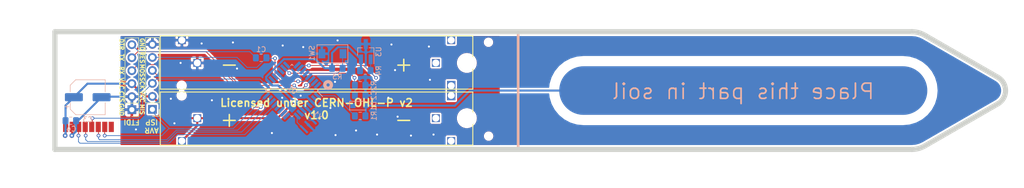
<source format=kicad_pcb>
(kicad_pcb (version 20171130) (host pcbnew "(5.1.10)-1")

  (general
    (thickness 1.6)
    (drawings 26)
    (tracks 211)
    (zones 0)
    (modules 23)
    (nets 32)
  )

  (page A4)
  (title_block
    (date 2020-08-01)
    (rev 1.0)
  )

  (layers
    (0 F.Cu signal)
    (31 B.Cu signal)
    (32 B.Adhes user)
    (33 F.Adhes user)
    (34 B.Paste user)
    (35 F.Paste user)
    (36 B.SilkS user)
    (37 F.SilkS user)
    (38 B.Mask user)
    (39 F.Mask user)
    (40 Dwgs.User user)
    (41 Cmts.User user)
    (42 Eco1.User user)
    (43 Eco2.User user)
    (44 Edge.Cuts user)
    (45 Margin user)
    (46 B.CrtYd user)
    (47 F.CrtYd user)
    (48 B.Fab user hide)
    (49 F.Fab user hide)
  )

  (setup
    (last_trace_width 0.15)
    (user_trace_width 0.15)
    (user_trace_width 0.4)
    (trace_clearance 0.2)
    (zone_clearance 0.35)
    (zone_45_only no)
    (trace_min 0.13)
    (via_size 0.7)
    (via_drill 0.4)
    (via_min_size 0.45)
    (via_min_drill 0.2)
    (user_via 0.7 0.4)
    (user_via 0.9 0.4)
    (uvia_size 0.3)
    (uvia_drill 0.1)
    (uvias_allowed no)
    (uvia_min_size 0.2)
    (uvia_min_drill 0.1)
    (edge_width 1.4)
    (segment_width 0.2)
    (pcb_text_width 0.3)
    (pcb_text_size 1.5 1.5)
    (mod_edge_width 0.12)
    (mod_text_size 0.8 0.8)
    (mod_text_width 0.16)
    (pad_size 3.2 3.2)
    (pad_drill 3.2)
    (pad_to_mask_clearance 0.075)
    (aux_axis_origin 0 0)
    (visible_elements 7FFFFFFF)
    (pcbplotparams
      (layerselection 0x010fc_ffffffff)
      (usegerberextensions true)
      (usegerberattributes true)
      (usegerberadvancedattributes false)
      (creategerberjobfile false)
      (excludeedgelayer true)
      (linewidth 0.100000)
      (plotframeref false)
      (viasonmask false)
      (mode 1)
      (useauxorigin false)
      (hpglpennumber 1)
      (hpglpenspeed 20)
      (hpglpendiameter 15.000000)
      (psnegative false)
      (psa4output false)
      (plotreference true)
      (plotvalue false)
      (plotinvisibletext false)
      (padsonsilk false)
      (subtractmaskfromsilk true)
      (outputformat 1)
      (mirror false)
      (drillshape 0)
      (scaleselection 1)
      (outputdirectory "production/"))
  )

  (net 0 "")
  (net 1 GND)
  (net 2 SENSOR-OUT)
  (net 3 MISO)
  (net 4 SCK)
  (net 5 MOSI)
  (net 6 RESET)
  (net 7 SENSOR-IN)
  (net 8 "Net-(U1-Pad7)")
  (net 9 "Net-(U1-Pad8)")
  (net 10 CE)
  (net 11 CSN)
  (net 12 RX)
  (net 13 TX)
  (net 14 /Sensor_Track)
  (net 15 +BATT)
  (net 16 "Net-(R4-Pad1)")
  (net 17 "Net-(C1-Pad2)")
  (net 18 "Net-(U1-Pad2)")
  (net 19 "Net-(U1-Pad9)")
  (net 20 "Net-(U1-Pad10)")
  (net 21 "Net-(U1-Pad11)")
  (net 22 "Net-(U1-Pad12)")
  (net 23 "Net-(U1-Pad19)")
  (net 24 "Net-(U1-Pad20)")
  (net 25 "Net-(U1-Pad22)")
  (net 26 "Net-(U1-Pad24)")
  (net 27 "Net-(U1-Pad25)")
  (net 28 "Net-(U1-Pad27)")
  (net 29 "Net-(U1-Pad28)")
  (net 30 "Net-(U1-Pad32)")
  (net 31 "Net-(U2-Pad8)")

  (net_class Default "This is the default net class."
    (clearance 0.2)
    (trace_width 0.15)
    (via_dia 0.7)
    (via_drill 0.4)
    (uvia_dia 0.3)
    (uvia_drill 0.1)
    (add_net CE)
    (add_net CSN)
    (add_net MISO)
    (add_net MOSI)
    (add_net "Net-(C1-Pad2)")
    (add_net "Net-(R4-Pad1)")
    (add_net "Net-(U1-Pad10)")
    (add_net "Net-(U1-Pad11)")
    (add_net "Net-(U1-Pad12)")
    (add_net "Net-(U1-Pad19)")
    (add_net "Net-(U1-Pad2)")
    (add_net "Net-(U1-Pad20)")
    (add_net "Net-(U1-Pad22)")
    (add_net "Net-(U1-Pad24)")
    (add_net "Net-(U1-Pad25)")
    (add_net "Net-(U1-Pad27)")
    (add_net "Net-(U1-Pad28)")
    (add_net "Net-(U1-Pad32)")
    (add_net "Net-(U1-Pad7)")
    (add_net "Net-(U1-Pad8)")
    (add_net "Net-(U1-Pad9)")
    (add_net "Net-(U2-Pad8)")
    (add_net RESET)
    (add_net RX)
    (add_net SCK)
    (add_net SENSOR-IN)
    (add_net SENSOR-OUT)
    (add_net TX)
  )

  (net_class POWER ""
    (clearance 0.2)
    (trace_width 0.4)
    (via_dia 0.9)
    (via_drill 0.4)
    (uvia_dia 0.3)
    (uvia_drill 0.1)
    (add_net +BATT)
    (add_net GND)
  )

  (net_class Sensor ""
    (clearance 0.2)
    (trace_width 0.4)
    (via_dia 0.7)
    (via_drill 0.4)
    (uvia_dia 0.3)
    (uvia_drill 0.1)
    (add_net /Sensor_Track)
  )

  (module local_footprints:NRF24L01-SMD (layer F.Cu) (tedit 62254534) (tstamp 5F25EA42)
    (at 71.8 112.6)
    (path /5F27BC8B)
    (fp_text reference U2 (at 0 1.1) (layer F.SilkS) hide
      (effects (font (size 1 1) (thickness 0.15)))
    )
    (fp_text value NRF24L01_Breakout (at 0 2.8825) (layer F.Fab)
      (effects (font (size 1 1) (thickness 0.15)))
    )
    (fp_line (start -6 -2.8) (end 6 -2.8) (layer F.CrtYd) (width 0.15))
    (fp_line (start -6 8.7) (end -6 -9.3) (layer F.CrtYd) (width 0.15))
    (fp_line (start 6 8.7) (end -6 8.7) (layer F.CrtYd) (width 0.15))
    (fp_line (start 6 -9.3) (end 6 8.7) (layer F.CrtYd) (width 0.15))
    (fp_line (start -6 -9.3) (end 6 -9.3) (layer F.CrtYd) (width 0.15))
    (pad 8 smd rect (at 4.49 8.7) (size 1 2) (layers F.Cu F.Paste F.Mask)
      (net 31 "Net-(U2-Pad8)"))
    (pad 7 smd rect (at 3.22 8.7) (size 1 2) (layers F.Cu F.Paste F.Mask)
      (net 3 MISO))
    (pad 6 smd rect (at 1.95 8.7) (size 1 2) (layers F.Cu F.Paste F.Mask)
      (net 5 MOSI))
    (pad 5 smd rect (at 0.68 8.7) (size 1 2) (layers F.Cu F.Paste F.Mask)
      (net 4 SCK))
    (pad 4 smd rect (at -0.59 8.7) (size 1 2) (layers F.Cu F.Paste F.Mask)
      (net 11 CSN))
    (pad 3 smd rect (at -1.86 8.7) (size 1 2) (layers F.Cu F.Paste F.Mask)
      (net 10 CE))
    (pad 1 smd rect (at -3.13 8.7) (size 1 2) (layers F.Cu F.Paste F.Mask)
      (net 1 GND))
    (pad 2 smd rect (at -4.4 8.7) (size 1 2) (layers F.Cu F.Paste F.Mask)
      (net 15 +BATT))
    (model ${KIPRJMOD}/lib/mysensors.3dshapes/mysensors_radios.3dshapes/nrf24smd.wrl
      (offset (xyz -146.3674978017807 73.65999889373779 0.7619999885559082))
      (scale (xyz 0.395 0.395 0.395))
      (rotate (xyz 0 0 0))
    )
    (model Housings_DFN_QFN.3dshapes/QFN-20-1EP_5x5mm_Pitch0.65mm.wrl
      (offset (xyz 0.4190999937057495 -2.7685999584198 1.574799976348877))
      (scale (xyz 1 1 1))
      (rotate (xyz 0 0 0))
    )
  )

  (module MyFootprints:BatteryHolder_Keystone_597_591_2AAA_3V locked (layer F.Cu) (tedit 6045127B) (tstamp 5F3ADA1F)
    (at 116.3 114.2 180)
    (path /5F29204B)
    (fp_text reference BT1 (at 6.1 -5) (layer F.SilkS) hide
      (effects (font (size 1 1) (thickness 0.15)))
    )
    (fp_text value Battery_Cell (at 0.1 -1.6) (layer F.Fab)
      (effects (font (size 1 1) (thickness 0.15)))
    )
    (fp_line (start 30.455 10.685) (end -30.455 10.685) (layer F.SilkS) (width 0.2))
    (fp_line (start -30.455 10.685) (end -30.455 0.285) (layer F.SilkS) (width 0.2))
    (fp_line (start 30.455 0.285) (end 30.455 10.685) (layer F.SilkS) (width 0.2))
    (fp_line (start -30.455 -0.285) (end 30.455 -0.285) (layer F.SilkS) (width 0.2))
    (fp_line (start 30.455 0.285) (end -30.455 0.285) (layer F.SilkS) (width 0.2))
    (fp_line (start -30.455 -0.285) (end -30.455 -10.685) (layer F.SilkS) (width 0.2))
    (fp_line (start -30.455 -10.685) (end 30.455 -10.685) (layer F.SilkS) (width 0.2))
    (fp_line (start 30.455 -10.685) (end 30.455 -0.285) (layer F.SilkS) (width 0.2))
    (fp_text user + (at 17 -5.6) (layer F.SilkS)
      (effects (font (size 3 3) (thickness 0.3)))
    )
    (fp_text user + (at -17 5.2) (layer F.SilkS)
      (effects (font (size 3 3) (thickness 0.3)))
    )
    (fp_text user - (at 17 5.2) (layer F.SilkS)
      (effects (font (size 3 3) (thickness 0.3)))
    )
    (fp_text user - (at -17 -5.6) (layer F.SilkS)
      (effects (font (size 3 3) (thickness 0.3)))
    )
    (pad 3 thru_hole rect (at -23.25 5.4 180) (size 1.524 1.524) (drill 1.35) (layers *.Cu *.Mask))
    (pad 3 thru_hole rect (at -26.25 0.95 180) (size 1.6 1.9) (drill 1.35) (layers *.Cu *.Mask))
    (pad 2 thru_hole rect (at 23.25 5.4 180) (size 1.524 1.524) (drill 1.35) (layers *.Cu *.Mask)
      (net 1 GND))
    (pad "" np_thru_hole circle (at 26.29 0.95 180) (size 1.35 1.35) (drill 1.35) (layers *.Cu *.Mask)
      (solder_mask_margin 0.075))
    (pad 3 thru_hole rect (at -26.25 9.85 180) (size 1.524 1.524) (drill 1.35) (layers *.Cu *.Mask))
    (pad 2 thru_hole rect (at 26.25 9.85 180) (size 1.524 1.524) (drill 1.35) (layers *.Cu *.Mask)
      (net 1 GND))
    (pad 3 thru_hole rect (at -26.25 -0.95 180) (size 1.6 1.9) (drill 1.35) (layers *.Cu *.Mask))
    (pad "" np_thru_hole circle (at 26.29 -0.95 180) (size 1.35 1.35) (drill 1.35) (layers *.Cu *.Mask)
      (solder_mask_margin 0.075))
    (pad 1 thru_hole rect (at 26.25 -9.85 180) (size 1.524 1.524) (drill 1.35) (layers *.Cu *.Mask)
      (net 15 +BATT))
    (pad 1 thru_hole rect (at 23.25 -5.4 180) (size 1.524 1.524) (drill 1.35) (layers *.Cu *.Mask)
      (net 15 +BATT))
    (pad 3 thru_hole rect (at -26.25 -9.85 180) (size 1.524 1.524) (drill 1.35) (layers *.Cu *.Mask))
    (pad 3 thru_hole rect (at -23.25 -5.4 180) (size 1.524 1.524) (drill 1.35) (layers *.Cu *.Mask))
    (model ${KIPRJMOD}/lib/custom_3d_models.3dshapes/BatteryHolder_Keystone_597_591_AAA.step
      (offset (xyz 0 5.4 0))
      (scale (xyz 1 1 1))
      (rotate (xyz 0 0 180))
    )
    (model ${KIPRJMOD}/lib/custom_3d_models.3dshapes/BatteryHolder_Keystone_597_591_AAA.step
      (offset (xyz 0 -5.4 0))
      (scale (xyz 1 1 1))
      (rotate (xyz 0 0 0))
    )
  )

  (module MyFootprints:ceramik_resonator_murata_CSTCE8M00G52-R0 (layer B.Cu) (tedit 60455FC4) (tstamp 5F8B15E9)
    (at 114.7 120.9 45)
    (path /5F6F9E89)
    (attr smd)
    (fp_text reference Y1 (at 2.616295 -0.070711 135) (layer B.SilkS)
      (effects (font (size 1 1) (thickness 0.15)) (justify mirror))
    )
    (fp_text value Resonator (at 0.5 4.65 45) (layer B.Fab) hide
      (effects (font (size 1 1) (thickness 0.15)) (justify mirror))
    )
    (fp_line (start -1.7 -1.1) (end -1.7 1.1) (layer B.CrtYd) (width 0.1))
    (fp_line (start 1.7 -1.1) (end -1.7 -1.1) (layer B.CrtYd) (width 0.1))
    (fp_line (start 1.7 1.1) (end 1.7 -1.1) (layer B.CrtYd) (width 0.1))
    (fp_line (start -1.7 1.1) (end 1.7 1.1) (layer B.CrtYd) (width 0.1))
    (pad 3 smd rect (at 1.2 0 45) (size 0.4 2) (layers B.Cu B.Paste B.Mask)
      (net 8 "Net-(U1-Pad7)"))
    (pad 1 smd rect (at -1.2 0 45) (size 0.4 2) (layers B.Cu B.Paste B.Mask)
      (net 9 "Net-(U1-Pad8)"))
    (pad 2 smd rect (at 0 0 45) (size 0.4 2) (layers B.Cu B.Paste B.Mask)
      (net 1 GND))
    (model ${KIPRJMOD}/lib/custom_3d_models.3dshapes/ceramik_resonator_murata_CSTCE8M00G52-R0.step
      (at (xyz 0 0 0))
      (scale (xyz 1 1 1))
      (rotate (xyz 0 0 0))
    )
  )

  (module MyFootprints:Button_2P_TS-1088-AR02016 (layer B.Cu) (tedit 600DB114) (tstamp 600DC48D)
    (at 119.4 107)
    (path /5F23EAF6)
    (attr smd)
    (fp_text reference SW1 (at -4 -0.1 90) (layer B.SilkS)
      (effects (font (size 1 1) (thickness 0.15)) (justify mirror))
    )
    (fp_text value SW_Push (at -0.13 3.27) (layer B.Fab) hide
      (effects (font (size 1 1) (thickness 0.15)) (justify mirror))
    )
    (fp_line (start -3 -1.75) (end -3 1.75) (layer B.SilkS) (width 0.12))
    (fp_line (start 3 -1.75) (end -3 -1.75) (layer B.SilkS) (width 0.12))
    (fp_line (start 3 1.75) (end 3 -1.75) (layer B.SilkS) (width 0.12))
    (fp_line (start -3 1.75) (end 3 1.75) (layer B.SilkS) (width 0.12))
    (pad 2 smd rect (at 2.075 0) (size 1.35 1.8) (layers B.Cu B.Paste B.Mask)
      (net 6 RESET))
    (pad 1 smd rect (at -2.075 0) (size 1.35 1.8) (layers B.Cu B.Paste B.Mask)
      (net 1 GND))
  )

  (module MountingHole:MountingHole_3.2mm_M3 locked (layer F.Cu) (tedit 56D1B4CB) (tstamp 5F6F7917)
    (at 145.6 108.8)
    (descr "Mounting Hole 3.2mm, no annular, M3")
    (tags "mounting hole 3.2mm no annular m3")
    (attr virtual)
    (fp_text reference REF** (at 0 -4.2) (layer F.SilkS) hide
      (effects (font (size 1 1) (thickness 0.15)))
    )
    (fp_text value MountingHole_3.2mm_M3 (at 0 4.2) (layer F.Fab) hide
      (effects (font (size 1 1) (thickness 0.15)))
    )
    (fp_circle (center 0 0) (end 3.2 0) (layer Cmts.User) (width 0.15))
    (fp_circle (center 0 0) (end 3.45 0) (layer F.CrtYd) (width 0.05))
    (fp_text user %R (at 0.3 0) (layer F.Fab) hide
      (effects (font (size 1 1) (thickness 0.15)))
    )
    (pad 1 np_thru_hole circle (at 0 0) (size 3.2 3.2) (drill 3.2) (layers *.Cu *.Mask))
  )

  (module MyFootprints:JLCPCB_Tooling_Hole (layer F.Cu) (tedit 600DADE9) (tstamp 600DFFE0)
    (at 149.81 104.76)
    (fp_text reference REF** (at 0.25 1.55) (layer F.SilkS) hide
      (effects (font (size 1 1) (thickness 0.15)))
    )
    (fp_text value JLCPCB_Tooling_Hole (at 0.2 -1.55) (layer F.Fab) hide
      (effects (font (size 1 1) (thickness 0.15)))
    )
    (pad "" np_thru_hole circle (at 0 0) (size 1.152 1.152) (drill 1.152) (layers *.Cu *.Mask)
      (solder_mask_margin 0.074))
  )

  (module MyFootprints:JLCPCB_Tooling_Hole (layer F.Cu) (tedit 600DADE9) (tstamp 600DFEA7)
    (at 149.84 123.1)
    (fp_text reference REF** (at 0.25 1.55) (layer F.SilkS) hide
      (effects (font (size 1 1) (thickness 0.15)))
    )
    (fp_text value JLCPCB_Tooling_Hole (at 0.2 -1.55) (layer F.Fab) hide
      (effects (font (size 1 1) (thickness 0.15)))
    )
    (pad "" np_thru_hole circle (at 0 0) (size 1.152 1.152) (drill 1.152) (layers *.Cu *.Mask)
      (solder_mask_margin 0.074))
  )

  (module MyFootprints:JLCPCB_Tooling_Hole (layer F.Cu) (tedit 600DADE9) (tstamp 600DFFEC)
    (at 67.6 104.76)
    (fp_text reference REF** (at 0.25 1.55) (layer F.SilkS) hide
      (effects (font (size 1 1) (thickness 0.15)))
    )
    (fp_text value JLCPCB_Tooling_Hole (at 0.2 -1.55) (layer F.Fab) hide
      (effects (font (size 1 1) (thickness 0.15)))
    )
    (pad "" np_thru_hole circle (at 0 0) (size 1.152 1.152) (drill 1.152) (layers *.Cu *.Mask)
      (solder_mask_margin 0.074))
  )

  (module MyFootprints:Capacitive_Soil_Moisture_Sensor locked (layer B.Cu) (tedit 5F6F2D6A) (tstamp 5F3AD28D)
    (at 199.474999 114.2)
    (path /5F2E2B27)
    (clearance 2)
    (fp_text reference Sensor1 (at 3.9 0.4) (layer B.SilkS) hide
      (effects (font (size 1 1) (thickness 0.15)) (justify mirror))
    )
    (fp_text value Conn_01x01 (at 0 0.5) (layer B.Fab)
      (effects (font (size 1 1) (thickness 0.15)) (justify mirror))
    )
    (fp_text user "Place this part in soil" (at 0 0.165) (layer B.SilkS)
      (effects (font (size 3 3) (thickness 0.3)) (justify mirror))
    )
    (fp_text user "Place this part in soil" (at 0 0.165) (layer B.SilkS)
      (effects (font (size 3 3) (thickness 0.3)) (justify mirror))
    )
    (pad 1 connect roundrect (at 0 0) (size 71.75 9.5) (layers B.Cu) (roundrect_rratio 0.5)
      (net 14 /Sensor_Track))
  )

  (module MountingHole:MountingHole_3.2mm_M3 locked (layer F.Cu) (tedit 56D1B4CB) (tstamp 5F6F793B)
    (at 145.6 119.6)
    (descr "Mounting Hole 3.2mm, no annular, M3")
    (tags "mounting hole 3.2mm no annular m3")
    (attr virtual)
    (fp_text reference REF** (at 0 -4.2) (layer F.SilkS) hide
      (effects (font (size 1 1) (thickness 0.15)))
    )
    (fp_text value MountingHole_3.2mm_M3 (at 0 4.2) (layer F.Fab) hide
      (effects (font (size 1 1) (thickness 0.15)))
    )
    (fp_circle (center 0 0) (end 3.2 0) (layer Cmts.User) (width 0.15))
    (fp_circle (center 0 0) (end 3.45 0) (layer F.CrtYd) (width 0.05))
    (fp_text user %R (at 0.3 0) (layer F.Fab) hide
      (effects (font (size 1 1) (thickness 0.15)))
    )
    (pad 1 np_thru_hole circle (at 0 0) (size 3.2 3.2) (drill 3.2) (layers *.Cu *.Mask))
  )

  (module Capacitor_SMD:C_0805_2012Metric_Pad1.15x1.40mm_HandSolder (layer B.Cu) (tedit 5B36C52B) (tstamp 5F25F173)
    (at 124.8 115.15)
    (descr "Capacitor SMD 0805 (2012 Metric), square (rectangular) end terminal, IPC_7351 nominal with elongated pad for handsoldering. (Body size source: https://docs.google.com/spreadsheets/d/1BsfQQcO9C6DZCsRaXUlFlo91Tg2WpOkGARC1WS5S8t0/edit?usp=sharing), generated with kicad-footprint-generator")
    (tags "capacitor handsolder")
    (path /5F25CCA2)
    (attr smd)
    (fp_text reference C2 (at 2.65 0 270) (layer B.SilkS)
      (effects (font (size 1 1) (thickness 0.15)) (justify mirror))
    )
    (fp_text value 1uF (at 0 -1.65) (layer B.Fab)
      (effects (font (size 1 1) (thickness 0.15)) (justify mirror))
    )
    (fp_line (start -1 -0.6) (end -1 0.6) (layer B.Fab) (width 0.1))
    (fp_line (start -1 0.6) (end 1 0.6) (layer B.Fab) (width 0.1))
    (fp_line (start 1 0.6) (end 1 -0.6) (layer B.Fab) (width 0.1))
    (fp_line (start 1 -0.6) (end -1 -0.6) (layer B.Fab) (width 0.1))
    (fp_line (start -0.261252 0.71) (end 0.261252 0.71) (layer B.SilkS) (width 0.12))
    (fp_line (start -0.261252 -0.71) (end 0.261252 -0.71) (layer B.SilkS) (width 0.12))
    (fp_line (start -1.85 -0.95) (end -1.85 0.95) (layer B.CrtYd) (width 0.05))
    (fp_line (start -1.85 0.95) (end 1.85 0.95) (layer B.CrtYd) (width 0.05))
    (fp_line (start 1.85 0.95) (end 1.85 -0.95) (layer B.CrtYd) (width 0.05))
    (fp_line (start 1.85 -0.95) (end -1.85 -0.95) (layer B.CrtYd) (width 0.05))
    (fp_text user %R (at 0 0) (layer B.Fab)
      (effects (font (size 0.5 0.5) (thickness 0.08)) (justify mirror))
    )
    (pad 2 smd roundrect (at 1.025 0) (size 1.15 1.4) (layers B.Cu B.Paste B.Mask) (roundrect_rratio 0.2173904347826087)
      (net 1 GND))
    (pad 1 smd roundrect (at -1.025 0) (size 1.15 1.4) (layers B.Cu B.Paste B.Mask) (roundrect_rratio 0.2173904347826087)
      (net 2 SENSOR-OUT))
    (model ${KISYS3DMOD}/Capacitor_SMD.3dshapes/C_0805_2012Metric.wrl
      (at (xyz 0 0 0))
      (scale (xyz 1 1 1))
      (rotate (xyz 0 0 0))
    )
  )

  (module Capacitor_SMD:C_0805_2012Metric_Pad1.15x1.40mm_HandSolder (layer B.Cu) (tedit 5B36C52B) (tstamp 5F25F9ED)
    (at 68.4 120.1 180)
    (descr "Capacitor SMD 0805 (2012 Metric), square (rectangular) end terminal, IPC_7351 nominal with elongated pad for handsoldering. (Body size source: https://docs.google.com/spreadsheets/d/1BsfQQcO9C6DZCsRaXUlFlo91Tg2WpOkGARC1WS5S8t0/edit?usp=sharing), generated with kicad-footprint-generator")
    (tags "capacitor handsolder")
    (path /5F281812)
    (attr smd)
    (fp_text reference C4 (at -0.1 -1.6) (layer B.SilkS)
      (effects (font (size 1 1) (thickness 0.15)) (justify mirror))
    )
    (fp_text value 1uF (at 0 -1.65) (layer B.Fab)
      (effects (font (size 1 1) (thickness 0.15)) (justify mirror))
    )
    (fp_line (start -1 -0.6) (end -1 0.6) (layer B.Fab) (width 0.1))
    (fp_line (start -1 0.6) (end 1 0.6) (layer B.Fab) (width 0.1))
    (fp_line (start 1 0.6) (end 1 -0.6) (layer B.Fab) (width 0.1))
    (fp_line (start 1 -0.6) (end -1 -0.6) (layer B.Fab) (width 0.1))
    (fp_line (start -0.261252 0.71) (end 0.261252 0.71) (layer B.SilkS) (width 0.12))
    (fp_line (start -0.261252 -0.71) (end 0.261252 -0.71) (layer B.SilkS) (width 0.12))
    (fp_line (start -1.85 -0.95) (end -1.85 0.95) (layer B.CrtYd) (width 0.05))
    (fp_line (start -1.85 0.95) (end 1.85 0.95) (layer B.CrtYd) (width 0.05))
    (fp_line (start 1.85 0.95) (end 1.85 -0.95) (layer B.CrtYd) (width 0.05))
    (fp_line (start 1.85 -0.95) (end -1.85 -0.95) (layer B.CrtYd) (width 0.05))
    (fp_text user %R (at 0 0) (layer B.Fab)
      (effects (font (size 0.5 0.5) (thickness 0.08)) (justify mirror))
    )
    (pad 2 smd roundrect (at 1.025 0 180) (size 1.15 1.4) (layers B.Cu B.Paste B.Mask) (roundrect_rratio 0.2173904347826087)
      (net 15 +BATT))
    (pad 1 smd roundrect (at -1.025 0 180) (size 1.15 1.4) (layers B.Cu B.Paste B.Mask) (roundrect_rratio 0.2173904347826087)
      (net 1 GND))
    (model ${KISYS3DMOD}/Capacitor_SMD.3dshapes/C_0805_2012Metric.wrl
      (at (xyz 0 0 0))
      (scale (xyz 1 1 1))
      (rotate (xyz 0 0 0))
    )
  )

  (module Resistor_SMD:R_0805_2012Metric_Pad1.15x1.40mm_HandSolder (layer B.Cu) (tedit 5B36C52B) (tstamp 5F25E9C2)
    (at 124.8 119.15 180)
    (descr "Resistor SMD 0805 (2012 Metric), square (rectangular) end terminal, IPC_7351 nominal with elongated pad for handsoldering. (Body size source: https://docs.google.com/spreadsheets/d/1BsfQQcO9C6DZCsRaXUlFlo91Tg2WpOkGARC1WS5S8t0/edit?usp=sharing), generated with kicad-footprint-generator")
    (tags "resistor handsolder")
    (path /5F25B37D)
    (attr smd)
    (fp_text reference R1 (at -2.7 0 90) (layer B.SilkS)
      (effects (font (size 1 1) (thickness 0.15)) (justify mirror))
    )
    (fp_text value 10K (at 0 -1.65) (layer B.Fab)
      (effects (font (size 1 1) (thickness 0.15)) (justify mirror))
    )
    (fp_line (start -1 -0.6) (end -1 0.6) (layer B.Fab) (width 0.1))
    (fp_line (start -1 0.6) (end 1 0.6) (layer B.Fab) (width 0.1))
    (fp_line (start 1 0.6) (end 1 -0.6) (layer B.Fab) (width 0.1))
    (fp_line (start 1 -0.6) (end -1 -0.6) (layer B.Fab) (width 0.1))
    (fp_line (start -0.261252 0.71) (end 0.261252 0.71) (layer B.SilkS) (width 0.12))
    (fp_line (start -0.261252 -0.71) (end 0.261252 -0.71) (layer B.SilkS) (width 0.12))
    (fp_line (start -1.85 -0.95) (end -1.85 0.95) (layer B.CrtYd) (width 0.05))
    (fp_line (start -1.85 0.95) (end 1.85 0.95) (layer B.CrtYd) (width 0.05))
    (fp_line (start 1.85 0.95) (end 1.85 -0.95) (layer B.CrtYd) (width 0.05))
    (fp_line (start 1.85 -0.95) (end -1.85 -0.95) (layer B.CrtYd) (width 0.05))
    (fp_text user %R (at 0 0) (layer B.Fab)
      (effects (font (size 0.5 0.5) (thickness 0.08)) (justify mirror))
    )
    (pad 2 smd roundrect (at 1.025 0 180) (size 1.15 1.4) (layers B.Cu B.Paste B.Mask) (roundrect_rratio 0.2173904347826087)
      (net 7 SENSOR-IN))
    (pad 1 smd roundrect (at -1.025 0 180) (size 1.15 1.4) (layers B.Cu B.Paste B.Mask) (roundrect_rratio 0.2173904347826087)
      (net 14 /Sensor_Track))
    (model ${KISYS3DMOD}/Resistor_SMD.3dshapes/R_0805_2012Metric.wrl
      (at (xyz 0 0 0))
      (scale (xyz 1 1 1))
      (rotate (xyz 0 0 0))
    )
  )

  (module Resistor_SMD:R_0805_2012Metric_Pad1.15x1.40mm_HandSolder (layer B.Cu) (tedit 5B36C52B) (tstamp 5F25E9D3)
    (at 124.8 113.15 180)
    (descr "Resistor SMD 0805 (2012 Metric), square (rectangular) end terminal, IPC_7351 nominal with elongated pad for handsoldering. (Body size source: https://docs.google.com/spreadsheets/d/1BsfQQcO9C6DZCsRaXUlFlo91Tg2WpOkGARC1WS5S8t0/edit?usp=sharing), generated with kicad-footprint-generator")
    (tags "resistor handsolder")
    (path /5F25D2C0)
    (attr smd)
    (fp_text reference R2 (at -2.65 -0.1 90) (layer B.SilkS)
      (effects (font (size 1 1) (thickness 0.15)) (justify mirror))
    )
    (fp_text value 510K (at 0 -1.65) (layer B.Fab)
      (effects (font (size 1 1) (thickness 0.15)) (justify mirror))
    )
    (fp_line (start -1 -0.6) (end -1 0.6) (layer B.Fab) (width 0.1))
    (fp_line (start -1 0.6) (end 1 0.6) (layer B.Fab) (width 0.1))
    (fp_line (start 1 0.6) (end 1 -0.6) (layer B.Fab) (width 0.1))
    (fp_line (start 1 -0.6) (end -1 -0.6) (layer B.Fab) (width 0.1))
    (fp_line (start -0.261252 0.71) (end 0.261252 0.71) (layer B.SilkS) (width 0.12))
    (fp_line (start -0.261252 -0.71) (end 0.261252 -0.71) (layer B.SilkS) (width 0.12))
    (fp_line (start -1.85 -0.95) (end -1.85 0.95) (layer B.CrtYd) (width 0.05))
    (fp_line (start -1.85 0.95) (end 1.85 0.95) (layer B.CrtYd) (width 0.05))
    (fp_line (start 1.85 0.95) (end 1.85 -0.95) (layer B.CrtYd) (width 0.05))
    (fp_line (start 1.85 -0.95) (end -1.85 -0.95) (layer B.CrtYd) (width 0.05))
    (fp_text user %R (at 0 0) (layer B.Fab)
      (effects (font (size 0.5 0.5) (thickness 0.08)) (justify mirror))
    )
    (pad 2 smd roundrect (at 1.025 0 180) (size 1.15 1.4) (layers B.Cu B.Paste B.Mask) (roundrect_rratio 0.2173904347826087)
      (net 2 SENSOR-OUT))
    (pad 1 smd roundrect (at -1.025 0 180) (size 1.15 1.4) (layers B.Cu B.Paste B.Mask) (roundrect_rratio 0.2173904347826087)
      (net 1 GND))
    (model ${KISYS3DMOD}/Resistor_SMD.3dshapes/R_0805_2012Metric.wrl
      (at (xyz 0 0 0))
      (scale (xyz 1 1 1))
      (rotate (xyz 0 0 0))
    )
  )

  (module Resistor_SMD:R_0805_2012Metric_Pad1.15x1.40mm_HandSolder (layer B.Cu) (tedit 5B36C52B) (tstamp 5F25E9E4)
    (at 120.35 109.85)
    (descr "Resistor SMD 0805 (2012 Metric), square (rectangular) end terminal, IPC_7351 nominal with elongated pad for handsoldering. (Body size source: https://docs.google.com/spreadsheets/d/1BsfQQcO9C6DZCsRaXUlFlo91Tg2WpOkGARC1WS5S8t0/edit?usp=sharing), generated with kicad-footprint-generator")
    (tags "resistor handsolder")
    (path /5F293AB3)
    (attr smd)
    (fp_text reference R3 (at 0 1.65) (layer B.SilkS)
      (effects (font (size 1 1) (thickness 0.15)) (justify mirror))
    )
    (fp_text value 10K (at 0 -1.65) (layer B.Fab)
      (effects (font (size 1 1) (thickness 0.15)) (justify mirror))
    )
    (fp_line (start -1 -0.6) (end -1 0.6) (layer B.Fab) (width 0.1))
    (fp_line (start -1 0.6) (end 1 0.6) (layer B.Fab) (width 0.1))
    (fp_line (start 1 0.6) (end 1 -0.6) (layer B.Fab) (width 0.1))
    (fp_line (start 1 -0.6) (end -1 -0.6) (layer B.Fab) (width 0.1))
    (fp_line (start -0.261252 0.71) (end 0.261252 0.71) (layer B.SilkS) (width 0.12))
    (fp_line (start -0.261252 -0.71) (end 0.261252 -0.71) (layer B.SilkS) (width 0.12))
    (fp_line (start -1.85 -0.95) (end -1.85 0.95) (layer B.CrtYd) (width 0.05))
    (fp_line (start -1.85 0.95) (end 1.85 0.95) (layer B.CrtYd) (width 0.05))
    (fp_line (start 1.85 0.95) (end 1.85 -0.95) (layer B.CrtYd) (width 0.05))
    (fp_line (start 1.85 -0.95) (end -1.85 -0.95) (layer B.CrtYd) (width 0.05))
    (fp_text user %R (at 0 0) (layer B.Fab)
      (effects (font (size 0.5 0.5) (thickness 0.08)) (justify mirror))
    )
    (pad 2 smd roundrect (at 1.025 0) (size 1.15 1.4) (layers B.Cu B.Paste B.Mask) (roundrect_rratio 0.2173904347826087)
      (net 6 RESET))
    (pad 1 smd roundrect (at -1.025 0) (size 1.15 1.4) (layers B.Cu B.Paste B.Mask) (roundrect_rratio 0.2173904347826087)
      (net 15 +BATT))
    (model ${KISYS3DMOD}/Resistor_SMD.3dshapes/R_0805_2012Metric.wrl
      (at (xyz 0 0 0))
      (scale (xyz 1 1 1))
      (rotate (xyz 0 0 0))
    )
  )

  (module Package_QFP:TQFP-32_7x7mm_P0.8mm (layer B.Cu) (tedit 5A02F146) (tstamp 5F25EA31)
    (at 111.5 114.2 135)
    (descr "32-Lead Plastic Thin Quad Flatpack (PT) - 7x7x1.0 mm Body, 2.00 mm [TQFP] (see Microchip Packaging Specification 00000049BS.pdf)")
    (tags "QFP 0.8")
    (path /5F22DC2F)
    (attr smd)
    (fp_text reference U1 (at 0.070711 0.212132 135) (layer B.SilkS)
      (effects (font (size 1 1) (thickness 0.15)) (justify mirror))
    )
    (fp_text value ATmega328P-AU (at 0 -6.05 135) (layer B.Fab)
      (effects (font (size 1 1) (thickness 0.15)) (justify mirror))
    )
    (fp_line (start -2.5 3.5) (end 3.5 3.5) (layer B.Fab) (width 0.15))
    (fp_line (start 3.5 3.5) (end 3.5 -3.5) (layer B.Fab) (width 0.15))
    (fp_line (start 3.5 -3.5) (end -3.5 -3.5) (layer B.Fab) (width 0.15))
    (fp_line (start -3.5 -3.5) (end -3.5 2.5) (layer B.Fab) (width 0.15))
    (fp_line (start -3.5 2.5) (end -2.5 3.5) (layer B.Fab) (width 0.15))
    (fp_line (start -5.3 5.3) (end -5.3 -5.3) (layer B.CrtYd) (width 0.05))
    (fp_line (start 5.3 5.3) (end 5.3 -5.3) (layer B.CrtYd) (width 0.05))
    (fp_line (start -5.3 5.3) (end 5.3 5.3) (layer B.CrtYd) (width 0.05))
    (fp_line (start -5.3 -5.3) (end 5.3 -5.3) (layer B.CrtYd) (width 0.05))
    (fp_line (start -3.625 3.625) (end -3.625 3.4) (layer B.SilkS) (width 0.15))
    (fp_line (start 3.625 3.625) (end 3.625 3.3) (layer B.SilkS) (width 0.15))
    (fp_line (start 3.625 -3.625) (end 3.625 -3.3) (layer B.SilkS) (width 0.15))
    (fp_line (start -3.625 -3.625) (end -3.625 -3.3) (layer B.SilkS) (width 0.15))
    (fp_line (start -3.625 3.625) (end -3.3 3.625) (layer B.SilkS) (width 0.15))
    (fp_line (start -3.625 -3.625) (end -3.3 -3.625) (layer B.SilkS) (width 0.15))
    (fp_line (start 3.625 -3.625) (end 3.3 -3.625) (layer B.SilkS) (width 0.15))
    (fp_line (start 3.625 3.625) (end 3.3 3.625) (layer B.SilkS) (width 0.15))
    (fp_line (start -3.625 3.4) (end -5.05 3.4) (layer B.SilkS) (width 0.15))
    (fp_text user %R (at 0 0 135) (layer B.Fab)
      (effects (font (size 1 1) (thickness 0.15)) (justify mirror))
    )
    (pad 32 smd rect (at -2.8 4.25 45) (size 1.6 0.55) (layers B.Cu B.Paste B.Mask)
      (net 30 "Net-(U1-Pad32)"))
    (pad 31 smd rect (at -2 4.25 45) (size 1.6 0.55) (layers B.Cu B.Paste B.Mask)
      (net 13 TX))
    (pad 30 smd rect (at -1.2 4.25 45) (size 1.6 0.55) (layers B.Cu B.Paste B.Mask)
      (net 12 RX))
    (pad 29 smd rect (at -0.4 4.25 45) (size 1.6 0.55) (layers B.Cu B.Paste B.Mask)
      (net 6 RESET))
    (pad 28 smd rect (at 0.4 4.25 45) (size 1.6 0.55) (layers B.Cu B.Paste B.Mask)
      (net 29 "Net-(U1-Pad28)"))
    (pad 27 smd rect (at 1.2 4.25 45) (size 1.6 0.55) (layers B.Cu B.Paste B.Mask)
      (net 28 "Net-(U1-Pad27)"))
    (pad 26 smd rect (at 2 4.25 45) (size 1.6 0.55) (layers B.Cu B.Paste B.Mask)
      (net 16 "Net-(R4-Pad1)"))
    (pad 25 smd rect (at 2.8 4.25 45) (size 1.6 0.55) (layers B.Cu B.Paste B.Mask)
      (net 27 "Net-(U1-Pad25)"))
    (pad 24 smd rect (at 4.25 2.8 135) (size 1.6 0.55) (layers B.Cu B.Paste B.Mask)
      (net 26 "Net-(U1-Pad24)"))
    (pad 23 smd rect (at 4.25 2 135) (size 1.6 0.55) (layers B.Cu B.Paste B.Mask)
      (net 2 SENSOR-OUT))
    (pad 22 smd rect (at 4.25 1.2 135) (size 1.6 0.55) (layers B.Cu B.Paste B.Mask)
      (net 25 "Net-(U1-Pad22)"))
    (pad 21 smd rect (at 4.25 0.4 135) (size 1.6 0.55) (layers B.Cu B.Paste B.Mask)
      (net 1 GND))
    (pad 20 smd rect (at 4.25 -0.4 135) (size 1.6 0.55) (layers B.Cu B.Paste B.Mask)
      (net 24 "Net-(U1-Pad20)"))
    (pad 19 smd rect (at 4.25 -1.2 135) (size 1.6 0.55) (layers B.Cu B.Paste B.Mask)
      (net 23 "Net-(U1-Pad19)"))
    (pad 18 smd rect (at 4.25 -2 135) (size 1.6 0.55) (layers B.Cu B.Paste B.Mask)
      (net 15 +BATT))
    (pad 17 smd rect (at 4.25 -2.8 135) (size 1.6 0.55) (layers B.Cu B.Paste B.Mask)
      (net 4 SCK))
    (pad 16 smd rect (at 2.8 -4.25 45) (size 1.6 0.55) (layers B.Cu B.Paste B.Mask)
      (net 3 MISO))
    (pad 15 smd rect (at 2 -4.25 45) (size 1.6 0.55) (layers B.Cu B.Paste B.Mask)
      (net 5 MOSI))
    (pad 14 smd rect (at 1.2 -4.25 45) (size 1.6 0.55) (layers B.Cu B.Paste B.Mask)
      (net 11 CSN))
    (pad 13 smd rect (at 0.4 -4.25 45) (size 1.6 0.55) (layers B.Cu B.Paste B.Mask)
      (net 10 CE))
    (pad 12 smd rect (at -0.4 -4.25 45) (size 1.6 0.55) (layers B.Cu B.Paste B.Mask)
      (net 22 "Net-(U1-Pad12)"))
    (pad 11 smd rect (at -1.2 -4.25 45) (size 1.6 0.55) (layers B.Cu B.Paste B.Mask)
      (net 21 "Net-(U1-Pad11)"))
    (pad 10 smd rect (at -2 -4.25 45) (size 1.6 0.55) (layers B.Cu B.Paste B.Mask)
      (net 20 "Net-(U1-Pad10)"))
    (pad 9 smd rect (at -2.8 -4.25 45) (size 1.6 0.55) (layers B.Cu B.Paste B.Mask)
      (net 19 "Net-(U1-Pad9)"))
    (pad 8 smd rect (at -4.25 -2.8 135) (size 1.6 0.55) (layers B.Cu B.Paste B.Mask)
      (net 9 "Net-(U1-Pad8)"))
    (pad 7 smd rect (at -4.25 -2 135) (size 1.6 0.55) (layers B.Cu B.Paste B.Mask)
      (net 8 "Net-(U1-Pad7)"))
    (pad 6 smd rect (at -4.25 -1.2 135) (size 1.6 0.55) (layers B.Cu B.Paste B.Mask)
      (net 15 +BATT))
    (pad 5 smd rect (at -4.25 -0.4 135) (size 1.6 0.55) (layers B.Cu B.Paste B.Mask)
      (net 1 GND))
    (pad 4 smd rect (at -4.25 0.4 135) (size 1.6 0.55) (layers B.Cu B.Paste B.Mask)
      (net 15 +BATT))
    (pad 3 smd rect (at -4.25 1.2 135) (size 1.6 0.55) (layers B.Cu B.Paste B.Mask)
      (net 1 GND))
    (pad 2 smd rect (at -4.25 2 135) (size 1.6 0.55) (layers B.Cu B.Paste B.Mask)
      (net 18 "Net-(U1-Pad2)"))
    (pad 1 smd rect (at -4.25 2.8 135) (size 1.6 0.55) (layers B.Cu B.Paste B.Mask)
      (net 7 SENSOR-IN))
    (model ${KISYS3DMOD}/Package_QFP.3dshapes/TQFP-32_7x7mm_P0.8mm.wrl
      (at (xyz 0 0 0))
      (scale (xyz 1 1 1))
      (rotate (xyz 0 0 0))
    )
  )

  (module Diode_SMD:D_SOD-323_HandSoldering (layer B.Cu) (tedit 58641869) (tstamp 5F35C544)
    (at 124.65 117.15)
    (descr SOD-323)
    (tags SOD-323)
    (path /5F25C560)
    (attr smd)
    (fp_text reference D1 (at 2.8 0.1 90) (layer B.SilkS)
      (effects (font (size 1 1) (thickness 0.15)) (justify mirror))
    )
    (fp_text value D_Schottky (at 0.1 -1.9) (layer B.Fab)
      (effects (font (size 1 1) (thickness 0.15)) (justify mirror))
    )
    (fp_line (start -1.9 0.85) (end -1.9 -0.85) (layer B.SilkS) (width 0.12))
    (fp_line (start 0.2 0) (end 0.45 0) (layer B.Fab) (width 0.1))
    (fp_line (start 0.2 -0.35) (end -0.3 0) (layer B.Fab) (width 0.1))
    (fp_line (start 0.2 0.35) (end 0.2 -0.35) (layer B.Fab) (width 0.1))
    (fp_line (start -0.3 0) (end 0.2 0.35) (layer B.Fab) (width 0.1))
    (fp_line (start -0.3 0) (end -0.5 0) (layer B.Fab) (width 0.1))
    (fp_line (start -0.3 0.35) (end -0.3 -0.35) (layer B.Fab) (width 0.1))
    (fp_line (start -0.9 -0.7) (end -0.9 0.7) (layer B.Fab) (width 0.1))
    (fp_line (start 0.9 -0.7) (end -0.9 -0.7) (layer B.Fab) (width 0.1))
    (fp_line (start 0.9 0.7) (end 0.9 -0.7) (layer B.Fab) (width 0.1))
    (fp_line (start -0.9 0.7) (end 0.9 0.7) (layer B.Fab) (width 0.1))
    (fp_line (start -2 0.95) (end 2 0.95) (layer B.CrtYd) (width 0.05))
    (fp_line (start 2 0.95) (end 2 -0.95) (layer B.CrtYd) (width 0.05))
    (fp_line (start -2 -0.95) (end 2 -0.95) (layer B.CrtYd) (width 0.05))
    (fp_line (start -2 0.95) (end -2 -0.95) (layer B.CrtYd) (width 0.05))
    (fp_line (start -1.9 -0.85) (end 1.25 -0.85) (layer B.SilkS) (width 0.12))
    (fp_line (start -1.9 0.85) (end 1.25 0.85) (layer B.SilkS) (width 0.12))
    (fp_text user %R (at 0 1.85) (layer B.Fab)
      (effects (font (size 1 1) (thickness 0.15)) (justify mirror))
    )
    (pad 2 smd rect (at 1.25 0) (size 1 1) (layers B.Cu B.Paste B.Mask)
      (net 14 /Sensor_Track))
    (pad 1 smd rect (at -1.25 0) (size 1 1) (layers B.Cu B.Paste B.Mask)
      (net 2 SENSOR-OUT))
    (model ${KISYS3DMOD}/Diode_SMD.3dshapes/D_SOD-323.wrl
      (at (xyz 0 0 0))
      (scale (xyz 1 1 1))
      (rotate (xyz 0 0 0))
    )
  )

  (module Connector_PinHeader_2.54mm:PinHeader_1x06_P2.54mm_Vertical (layer F.Cu) (tedit 59FED5CC) (tstamp 60456513)
    (at 84.3 117.88 180)
    (descr "Through hole straight pin header, 1x06, 2.54mm pitch, single row")
    (tags "Through hole pin header THT 1x06 2.54mm single row")
    (path /5F258B6A)
    (fp_text reference J1 (at 0 -2.33) (layer F.SilkS) hide
      (effects (font (size 1 1) (thickness 0.15)))
    )
    (fp_text value "AVR ISP" (at 0 15.03) (layer F.Fab)
      (effects (font (size 1 1) (thickness 0.15)))
    )
    (fp_line (start -0.635 -1.27) (end 1.27 -1.27) (layer F.Fab) (width 0.1))
    (fp_line (start 1.27 -1.27) (end 1.27 13.97) (layer F.Fab) (width 0.1))
    (fp_line (start 1.27 13.97) (end -1.27 13.97) (layer F.Fab) (width 0.1))
    (fp_line (start -1.27 13.97) (end -1.27 -0.635) (layer F.Fab) (width 0.1))
    (fp_line (start -1.27 -0.635) (end -0.635 -1.27) (layer F.Fab) (width 0.1))
    (fp_line (start -1.33 14.03) (end 1.33 14.03) (layer F.SilkS) (width 0.12))
    (fp_line (start -1.33 1.27) (end -1.33 14.03) (layer F.SilkS) (width 0.12))
    (fp_line (start 1.33 1.27) (end 1.33 14.03) (layer F.SilkS) (width 0.12))
    (fp_line (start -1.33 1.27) (end 1.33 1.27) (layer F.SilkS) (width 0.12))
    (fp_line (start -1.33 0) (end -1.33 -1.33) (layer F.SilkS) (width 0.12))
    (fp_line (start -1.33 -1.33) (end 0 -1.33) (layer F.SilkS) (width 0.12))
    (fp_line (start -1.8 -1.8) (end -1.8 14.5) (layer F.CrtYd) (width 0.05))
    (fp_line (start -1.8 14.5) (end 1.8 14.5) (layer F.CrtYd) (width 0.05))
    (fp_line (start 1.8 14.5) (end 1.8 -1.8) (layer F.CrtYd) (width 0.05))
    (fp_line (start 1.8 -1.8) (end -1.8 -1.8) (layer F.CrtYd) (width 0.05))
    (fp_text user %R (at 0 6.35 90) (layer F.Fab)
      (effects (font (size 1 1) (thickness 0.15)))
    )
    (pad 6 thru_hole oval (at 0 12.7 180) (size 1.7 1.7) (drill 1) (layers *.Cu *.Mask)
      (net 1 GND))
    (pad 5 thru_hole oval (at 0 10.16 180) (size 1.7 1.7) (drill 1) (layers *.Cu *.Mask)
      (net 6 RESET))
    (pad 4 thru_hole oval (at 0 7.62 180) (size 1.7 1.7) (drill 1) (layers *.Cu *.Mask)
      (net 5 MOSI))
    (pad 3 thru_hole oval (at 0 5.08 180) (size 1.7 1.7) (drill 1) (layers *.Cu *.Mask)
      (net 4 SCK))
    (pad 2 thru_hole oval (at 0 2.54 180) (size 1.7 1.7) (drill 1) (layers *.Cu *.Mask)
      (net 15 +BATT))
    (pad 1 thru_hole rect (at 0 0 180) (size 1.7 1.7) (drill 1) (layers *.Cu *.Mask)
      (net 3 MISO))
    (model ${KISYS3DMOD}/Connector_PinHeader_2.54mm.3dshapes/PinHeader_1x06_P2.54mm_Vertical.wrl
      (at (xyz 0 0 0))
      (scale (xyz 1 1 1))
      (rotate (xyz 0 0 0))
    )
  )

  (module Connector_PinHeader_2.54mm:PinHeader_1x06_P2.54mm_Vertical (layer F.Cu) (tedit 59FED5CC) (tstamp 604564C8)
    (at 80.3 117.93 180)
    (descr "Through hole straight pin header, 1x06, 2.54mm pitch, single row")
    (tags "Through hole pin header THT 1x06 2.54mm single row")
    (path /5F2DA813)
    (fp_text reference J2 (at 0 -2.33) (layer F.SilkS) hide
      (effects (font (size 1 1) (thickness 0.15)))
    )
    (fp_text value FTDI (at 0 15.03) (layer F.Fab)
      (effects (font (size 1 1) (thickness 0.15)))
    )
    (fp_line (start -0.635 -1.27) (end 1.27 -1.27) (layer F.Fab) (width 0.1))
    (fp_line (start 1.27 -1.27) (end 1.27 13.97) (layer F.Fab) (width 0.1))
    (fp_line (start 1.27 13.97) (end -1.27 13.97) (layer F.Fab) (width 0.1))
    (fp_line (start -1.27 13.97) (end -1.27 -0.635) (layer F.Fab) (width 0.1))
    (fp_line (start -1.27 -0.635) (end -0.635 -1.27) (layer F.Fab) (width 0.1))
    (fp_line (start -1.33 14.03) (end 1.33 14.03) (layer F.SilkS) (width 0.12))
    (fp_line (start -1.33 1.27) (end -1.33 14.03) (layer F.SilkS) (width 0.12))
    (fp_line (start 1.33 1.27) (end 1.33 14.03) (layer F.SilkS) (width 0.12))
    (fp_line (start -1.33 1.27) (end 1.33 1.27) (layer F.SilkS) (width 0.12))
    (fp_line (start -1.33 0) (end -1.33 -1.33) (layer F.SilkS) (width 0.12))
    (fp_line (start -1.33 -1.33) (end 0 -1.33) (layer F.SilkS) (width 0.12))
    (fp_line (start -1.8 -1.8) (end -1.8 14.5) (layer F.CrtYd) (width 0.05))
    (fp_line (start -1.8 14.5) (end 1.8 14.5) (layer F.CrtYd) (width 0.05))
    (fp_line (start 1.8 14.5) (end 1.8 -1.8) (layer F.CrtYd) (width 0.05))
    (fp_line (start 1.8 -1.8) (end -1.8 -1.8) (layer F.CrtYd) (width 0.05))
    (fp_text user %R (at 0 6.35 90) (layer F.Fab)
      (effects (font (size 1 1) (thickness 0.15)))
    )
    (pad 6 thru_hole oval (at 0 12.7 180) (size 1.7 1.7) (drill 1) (layers *.Cu *.Mask)
      (net 17 "Net-(C1-Pad2)"))
    (pad 5 thru_hole oval (at 0 10.16 180) (size 1.7 1.7) (drill 1) (layers *.Cu *.Mask)
      (net 13 TX))
    (pad 4 thru_hole oval (at 0 7.62 180) (size 1.7 1.7) (drill 1) (layers *.Cu *.Mask)
      (net 12 RX))
    (pad 3 thru_hole oval (at 0 5.08 180) (size 1.7 1.7) (drill 1) (layers *.Cu *.Mask)
      (net 15 +BATT))
    (pad 2 thru_hole oval (at 0 2.54 180) (size 1.7 1.7) (drill 1) (layers *.Cu *.Mask)
      (net 1 GND))
    (pad 1 thru_hole rect (at 0 0 180) (size 1.7 1.7) (drill 1) (layers *.Cu *.Mask)
      (net 1 GND))
    (model ${KISYS3DMOD}/Connector_PinHeader_2.54mm.3dshapes/PinHeader_1x06_P2.54mm_Vertical.wrl
      (at (xyz 0 0 0))
      (scale (xyz 1 1 1))
      (rotate (xyz 0 0 0))
    )
  )

  (module Package_TO_SOT_SMD:SOT-23_Handsoldering (layer B.Cu) (tedit 5A0AB76C) (tstamp 5F3AE2FF)
    (at 125.9 106.6 90)
    (descr "SOT-23, Handsoldering")
    (tags SOT-23)
    (path /5F3AB0AC)
    (attr smd)
    (fp_text reference U3 (at 0 2.5 90) (layer B.SilkS)
      (effects (font (size 1 1) (thickness 0.15)) (justify mirror))
    )
    (fp_text value ATSHA204A (at 0 -2.5 90) (layer B.Fab)
      (effects (font (size 1 1) (thickness 0.15)) (justify mirror))
    )
    (fp_line (start 0.76 -1.58) (end 0.76 -0.65) (layer B.SilkS) (width 0.12))
    (fp_line (start 0.76 1.58) (end 0.76 0.65) (layer B.SilkS) (width 0.12))
    (fp_line (start -2.7 1.75) (end 2.7 1.75) (layer B.CrtYd) (width 0.05))
    (fp_line (start 2.7 1.75) (end 2.7 -1.75) (layer B.CrtYd) (width 0.05))
    (fp_line (start 2.7 -1.75) (end -2.7 -1.75) (layer B.CrtYd) (width 0.05))
    (fp_line (start -2.7 -1.75) (end -2.7 1.75) (layer B.CrtYd) (width 0.05))
    (fp_line (start 0.76 1.58) (end -2.4 1.58) (layer B.SilkS) (width 0.12))
    (fp_line (start -0.7 0.95) (end -0.7 -1.5) (layer B.Fab) (width 0.1))
    (fp_line (start -0.15 1.52) (end 0.7 1.52) (layer B.Fab) (width 0.1))
    (fp_line (start -0.7 0.95) (end -0.15 1.52) (layer B.Fab) (width 0.1))
    (fp_line (start 0.7 1.52) (end 0.7 -1.52) (layer B.Fab) (width 0.1))
    (fp_line (start -0.7 -1.52) (end 0.7 -1.52) (layer B.Fab) (width 0.1))
    (fp_line (start 0.76 -1.58) (end -0.7 -1.58) (layer B.SilkS) (width 0.12))
    (fp_text user %R (at 0 0 180) (layer B.Fab)
      (effects (font (size 0.5 0.5) (thickness 0.075)) (justify mirror))
    )
    (pad 3 smd rect (at 1.5 0 90) (size 1.9 0.8) (layers B.Cu B.Paste B.Mask)
      (net 1 GND))
    (pad 2 smd rect (at -1.5 -0.95 90) (size 1.9 0.8) (layers B.Cu B.Paste B.Mask)
      (net 15 +BATT))
    (pad 1 smd rect (at -1.5 0.95 90) (size 1.9 0.8) (layers B.Cu B.Paste B.Mask)
      (net 16 "Net-(R4-Pad1)"))
    (model ${KISYS3DMOD}/Package_TO_SOT_SMD.3dshapes/SOT-23.wrl
      (at (xyz 0 0 0))
      (scale (xyz 1 1 1))
      (rotate (xyz 0 0 0))
    )
  )

  (module Resistor_SMD:R_0805_2012Metric_Pad1.15x1.40mm_HandSolder (layer B.Cu) (tedit 5B36C52B) (tstamp 5F6D27B7)
    (at 125.8 110.3 180)
    (descr "Resistor SMD 0805 (2012 Metric), square (rectangular) end terminal, IPC_7351 nominal with elongated pad for handsoldering. (Body size source: https://docs.google.com/spreadsheets/d/1BsfQQcO9C6DZCsRaXUlFlo91Tg2WpOkGARC1WS5S8t0/edit?usp=sharing), generated with kicad-footprint-generator")
    (tags "resistor handsolder")
    (path /5F57BF06)
    (attr smd)
    (fp_text reference R4 (at -2.6 0 270) (layer B.SilkS)
      (effects (font (size 1 1) (thickness 0.15)) (justify mirror))
    )
    (fp_text value 10K (at 0 -1.65) (layer B.Fab)
      (effects (font (size 1 1) (thickness 0.15)) (justify mirror))
    )
    (fp_line (start -1 -0.6) (end -1 0.6) (layer B.Fab) (width 0.1))
    (fp_line (start -1 0.6) (end 1 0.6) (layer B.Fab) (width 0.1))
    (fp_line (start 1 0.6) (end 1 -0.6) (layer B.Fab) (width 0.1))
    (fp_line (start 1 -0.6) (end -1 -0.6) (layer B.Fab) (width 0.1))
    (fp_line (start -0.261252 0.71) (end 0.261252 0.71) (layer B.SilkS) (width 0.12))
    (fp_line (start -0.261252 -0.71) (end 0.261252 -0.71) (layer B.SilkS) (width 0.12))
    (fp_line (start -1.85 -0.95) (end -1.85 0.95) (layer B.CrtYd) (width 0.05))
    (fp_line (start -1.85 0.95) (end 1.85 0.95) (layer B.CrtYd) (width 0.05))
    (fp_line (start 1.85 0.95) (end 1.85 -0.95) (layer B.CrtYd) (width 0.05))
    (fp_line (start 1.85 -0.95) (end -1.85 -0.95) (layer B.CrtYd) (width 0.05))
    (fp_text user %R (at 0 0) (layer B.Fab)
      (effects (font (size 0.5 0.5) (thickness 0.08)) (justify mirror))
    )
    (pad 2 smd roundrect (at 1.025 0 180) (size 1.15 1.4) (layers B.Cu B.Paste B.Mask) (roundrect_rratio 0.2173904347826087)
      (net 15 +BATT))
    (pad 1 smd roundrect (at -1.025 0 180) (size 1.15 1.4) (layers B.Cu B.Paste B.Mask) (roundrect_rratio 0.2173904347826087)
      (net 16 "Net-(R4-Pad1)"))
    (model ${KISYS3DMOD}/Resistor_SMD.3dshapes/R_0805_2012Metric.wrl
      (at (xyz 0 0 0))
      (scale (xyz 1 1 1))
      (rotate (xyz 0 0 0))
    )
  )

  (module Capacitor_SMD:C_0805_2012Metric_Pad1.15x1.40mm_HandSolder (layer B.Cu) (tedit 5B36C52B) (tstamp 600C2E26)
    (at 105.5 107.8 180)
    (descr "Capacitor SMD 0805 (2012 Metric), square (rectangular) end terminal, IPC_7351 nominal with elongated pad for handsoldering. (Body size source: https://docs.google.com/spreadsheets/d/1BsfQQcO9C6DZCsRaXUlFlo91Tg2WpOkGARC1WS5S8t0/edit?usp=sharing), generated with kicad-footprint-generator")
    (tags "capacitor handsolder")
    (path /5FC124D0)
    (attr smd)
    (fp_text reference C1 (at 0 1.65) (layer B.SilkS)
      (effects (font (size 1 1) (thickness 0.15)) (justify mirror))
    )
    (fp_text value 100nF (at 0 -1.65) (layer B.Fab)
      (effects (font (size 1 1) (thickness 0.15)) (justify mirror))
    )
    (fp_line (start -1 -0.6) (end -1 0.6) (layer B.Fab) (width 0.1))
    (fp_line (start -1 0.6) (end 1 0.6) (layer B.Fab) (width 0.1))
    (fp_line (start 1 0.6) (end 1 -0.6) (layer B.Fab) (width 0.1))
    (fp_line (start 1 -0.6) (end -1 -0.6) (layer B.Fab) (width 0.1))
    (fp_line (start -0.261252 0.71) (end 0.261252 0.71) (layer B.SilkS) (width 0.12))
    (fp_line (start -0.261252 -0.71) (end 0.261252 -0.71) (layer B.SilkS) (width 0.12))
    (fp_line (start -1.85 -0.95) (end -1.85 0.95) (layer B.CrtYd) (width 0.05))
    (fp_line (start -1.85 0.95) (end 1.85 0.95) (layer B.CrtYd) (width 0.05))
    (fp_line (start 1.85 0.95) (end 1.85 -0.95) (layer B.CrtYd) (width 0.05))
    (fp_line (start 1.85 -0.95) (end -1.85 -0.95) (layer B.CrtYd) (width 0.05))
    (fp_text user %R (at 0 0) (layer B.Fab)
      (effects (font (size 0.5 0.5) (thickness 0.08)) (justify mirror))
    )
    (pad 2 smd roundrect (at 1.025 0 180) (size 1.15 1.4) (layers B.Cu B.Paste B.Mask) (roundrect_rratio 0.2173904347826087)
      (net 17 "Net-(C1-Pad2)"))
    (pad 1 smd roundrect (at -1.025 0 180) (size 1.15 1.4) (layers B.Cu B.Paste B.Mask) (roundrect_rratio 0.2173904347826087)
      (net 6 RESET))
    (model ${KISYS3DMOD}/Capacitor_SMD.3dshapes/C_0805_2012Metric.wrl
      (at (xyz 0 0 0))
      (scale (xyz 1 1 1))
      (rotate (xyz 0 0 0))
    )
  )

  (module Capacitor_SMD:CP_Elec_6.3x7.7 (layer B.Cu) (tedit 5BCA39D0) (tstamp 600C2E27)
    (at 71.7 115.5)
    (descr "SMD capacitor, aluminum electrolytic, Nichicon, 6.3x7.7mm")
    (tags "capacitor electrolytic")
    (path /5F281125)
    (attr smd)
    (fp_text reference C3 (at 0 4.35) (layer B.SilkS)
      (effects (font (size 1 1) (thickness 0.15)) (justify mirror))
    )
    (fp_text value 220uF (at 0 -4.35) (layer B.Fab)
      (effects (font (size 1 1) (thickness 0.15)) (justify mirror))
    )
    (fp_circle (center 0 0) (end 3.15 0) (layer B.Fab) (width 0.1))
    (fp_line (start 3.3 3.3) (end 3.3 -3.3) (layer B.Fab) (width 0.1))
    (fp_line (start -2.3 3.3) (end 3.3 3.3) (layer B.Fab) (width 0.1))
    (fp_line (start -2.3 -3.3) (end 3.3 -3.3) (layer B.Fab) (width 0.1))
    (fp_line (start -3.3 2.3) (end -3.3 -2.3) (layer B.Fab) (width 0.1))
    (fp_line (start -3.3 2.3) (end -2.3 3.3) (layer B.Fab) (width 0.1))
    (fp_line (start -3.3 -2.3) (end -2.3 -3.3) (layer B.Fab) (width 0.1))
    (fp_line (start -2.704838 1.33) (end -2.074838 1.33) (layer B.Fab) (width 0.1))
    (fp_line (start -2.389838 1.645) (end -2.389838 1.015) (layer B.Fab) (width 0.1))
    (fp_line (start 3.41 -3.41) (end 3.41 -1.06) (layer B.SilkS) (width 0.12))
    (fp_line (start 3.41 3.41) (end 3.41 1.06) (layer B.SilkS) (width 0.12))
    (fp_line (start -2.345563 3.41) (end 3.41 3.41) (layer B.SilkS) (width 0.12))
    (fp_line (start -2.345563 -3.41) (end 3.41 -3.41) (layer B.SilkS) (width 0.12))
    (fp_line (start -3.41 -2.345563) (end -3.41 -1.06) (layer B.SilkS) (width 0.12))
    (fp_line (start -3.41 2.345563) (end -3.41 1.06) (layer B.SilkS) (width 0.12))
    (fp_line (start -3.41 2.345563) (end -2.345563 3.41) (layer B.SilkS) (width 0.12))
    (fp_line (start -3.41 -2.345563) (end -2.345563 -3.41) (layer B.SilkS) (width 0.12))
    (fp_line (start -4.4375 1.8475) (end -3.65 1.8475) (layer B.SilkS) (width 0.12))
    (fp_line (start -4.04375 2.24125) (end -4.04375 1.45375) (layer B.SilkS) (width 0.12))
    (fp_line (start 3.55 3.55) (end 3.55 1.05) (layer B.CrtYd) (width 0.05))
    (fp_line (start 3.55 1.05) (end 4.7 1.05) (layer B.CrtYd) (width 0.05))
    (fp_line (start 4.7 1.05) (end 4.7 -1.05) (layer B.CrtYd) (width 0.05))
    (fp_line (start 4.7 -1.05) (end 3.55 -1.05) (layer B.CrtYd) (width 0.05))
    (fp_line (start 3.55 -1.05) (end 3.55 -3.55) (layer B.CrtYd) (width 0.05))
    (fp_line (start -2.4 -3.55) (end 3.55 -3.55) (layer B.CrtYd) (width 0.05))
    (fp_line (start -2.4 3.55) (end 3.55 3.55) (layer B.CrtYd) (width 0.05))
    (fp_line (start -3.55 -2.4) (end -2.4 -3.55) (layer B.CrtYd) (width 0.05))
    (fp_line (start -3.55 2.4) (end -2.4 3.55) (layer B.CrtYd) (width 0.05))
    (fp_line (start -3.55 2.4) (end -3.55 1.05) (layer B.CrtYd) (width 0.05))
    (fp_line (start -3.55 -1.05) (end -3.55 -2.4) (layer B.CrtYd) (width 0.05))
    (fp_line (start -3.55 1.05) (end -4.7 1.05) (layer B.CrtYd) (width 0.05))
    (fp_line (start -4.7 1.05) (end -4.7 -1.05) (layer B.CrtYd) (width 0.05))
    (fp_line (start -4.7 -1.05) (end -3.55 -1.05) (layer B.CrtYd) (width 0.05))
    (fp_text user %R (at 0 0) (layer B.Fab)
      (effects (font (size 1 1) (thickness 0.15)) (justify mirror))
    )
    (pad 2 smd roundrect (at 2.7 0) (size 3.5 1.6) (layers B.Cu B.Paste B.Mask) (roundrect_rratio 0.15625)
      (net 1 GND))
    (pad 1 smd roundrect (at -2.7 0) (size 3.5 1.6) (layers B.Cu B.Paste B.Mask) (roundrect_rratio 0.15625)
      (net 15 +BATT))
    (model ${KISYS3DMOD}/Capacitor_SMD.3dshapes/CP_Elec_6.3x7.7.wrl
      (at (xyz 0 0 0))
      (scale (xyz 1 1 1))
      (rotate (xyz 0 0 0))
    )
  )

  (gr_text "Licensed under CERN-OHL-P v2\nv1.0" (at 116.3 117.8) (layer F.SilkS)
    (effects (font (size 1.5 1.5) (thickness 0.3)))
  )
  (gr_circle (center 118.55 113.1) (end 118.866228 113.1) (layer B.SilkS) (width 0.65))
  (gr_line (start 65.3 125.7) (end 232.341667 125.7) (layer Edge.Cuts) (width 1))
  (gr_line (start 232.341667 102.700001) (end 65.3 102.7) (layer Edge.Cuts) (width 1))
  (gr_arc (start 232.341667 107.700001) (end 234.841667 103.369873) (angle -30) (layer Edge.Cuts) (width 1))
  (gr_arc (start 232.341667 120.700001) (end 232.341667 125.7) (angle -30) (layer Edge.Cuts) (width 1))
  (gr_line (start 65.3 102.7) (end 65.3 125.7) (layer Edge.Cuts) (width 1))
  (gr_arc (start 247.600001 114.2) (end 249.1 116.798075) (angle -120) (layer Edge.Cuts) (width 1))
  (gr_line (start 249.1 111.601926) (end 234.841667 103.369873) (layer Edge.Cuts) (width 1))
  (gr_line (start 234.841667 125.030128) (end 249.1 116.798075) (layer Edge.Cuts) (width 1))
  (gr_line (start 155.599999 103.200001) (end 155.599998 125.2) (layer B.SilkS) (width 0.5) (tstamp 5F6F79AF))
  (gr_line (start 155.599999 103.200001) (end 155.599998 125.2) (layer F.SilkS) (width 0.5))
  (gr_text "AVR\nISP" (at 84.15 121.18 180) (layer F.SilkS) (tstamp 6045655E)
    (effects (font (size 1 1) (thickness 0.2)))
  )
  (gr_text FTDI (at 80.25 120.38 180) (layer F.SilkS) (tstamp 6045656D)
    (effects (font (size 1 1) (thickness 0.2)))
  )
  (gr_text MIS (at 82.3 117.88 270) (layer F.SilkS) (tstamp 60456561)
    (effects (font (size 0.8 0.8) (thickness 0.2)))
  )
  (gr_text VCC (at 82.3 115.38 270) (layer F.SilkS) (tstamp 60456549)
    (effects (font (size 0.8 0.8) (thickness 0.2)))
  )
  (gr_text SCK (at 82.3 112.78 270) (layer F.SilkS) (tstamp 60456564)
    (effects (font (size 0.8 0.8) (thickness 0.2)))
  )
  (gr_text MOS (at 82.3 110.28 270) (layer F.SilkS) (tstamp 60456552)
    (effects (font (size 0.8 0.8) (thickness 0.2)))
  )
  (gr_text RES (at 82.3 107.73 270) (layer F.SilkS) (tstamp 60456546)
    (effects (font (size 0.8 0.8) (thickness 0.2)))
  )
  (gr_text GND (at 82.3 105.18 270) (layer F.SilkS) (tstamp 60456555)
    (effects (font (size 0.8 0.8) (thickness 0.2)))
  )
  (gr_text GND (at 78.3 117.93 270) (layer F.SilkS) (tstamp 6045656A)
    (effects (font (size 0.8 0.8) (thickness 0.2)))
  )
  (gr_text CTS (at 78.3 115.38 270) (layer F.SilkS) (tstamp 60456567)
    (effects (font (size 0.8 0.8) (thickness 0.2)))
  )
  (gr_text VCC (at 78.3 112.83 270) (layer F.SilkS) (tstamp 6045655B)
    (effects (font (size 0.8 0.8) (thickness 0.2)))
  )
  (gr_text RX (at 78.3 110.28 270) (layer F.SilkS) (tstamp 6045654F)
    (effects (font (size 0.8 0.8) (thickness 0.2)))
  )
  (gr_text TX (at 78.3 107.73 270) (layer F.SilkS) (tstamp 60456558)
    (effects (font (size 0.8 0.8) (thickness 0.2)))
  )
  (gr_text DTR (at 78.3 105.18 270) (layer F.SilkS) (tstamp 6045654C)
    (effects (font (size 0.8 0.8) (thickness 0.2)))
  )

  (via (at 119.9 112.5) (size 0.9) (drill 0.4) (layers F.Cu B.Cu) (net 1))
  (via (at 100.8 109.9) (size 0.9) (drill 0.4) (layers F.Cu B.Cu) (net 1))
  (via (at 100 104.8) (size 0.9) (drill 0.4) (layers F.Cu B.Cu) (net 1))
  (via (at 93.9 105) (size 0.9) (drill 0.4) (layers F.Cu B.Cu) (net 1))
  (via (at 89.8 108.8) (size 0.9) (drill 0.4) (layers F.Cu B.Cu) (net 1))
  (via (at 87.9 115.8) (size 0.9) (drill 0.4) (layers F.Cu B.Cu) (net 1))
  (via (at 107.6 122.5) (size 0.9) (drill 0.4) (layers F.Cu B.Cu) (net 1))
  (via (at 81.1 121.8) (size 0.9) (drill 0.4) (layers F.Cu B.Cu) (net 1))
  (via (at 88.6 120.6) (size 0.9) (drill 0.4) (layers F.Cu B.Cu) (net 1))
  (via (at 95.9 116.1) (size 0.9) (drill 0.4) (layers F.Cu B.Cu) (net 1))
  (via (at 68.6 123) (size 0.9) (drill 0.4) (layers F.Cu B.Cu) (net 1))
  (via (at 119 117.6) (size 0.9) (drill 0.4) (layers F.Cu B.Cu) (net 1))
  (via (at 120 122.9) (size 0.9) (drill 0.4) (layers F.Cu B.Cu) (net 1))
  (via (at 128.1 122.8) (size 0.9) (drill 0.4) (layers F.Cu B.Cu) (net 1))
  (via (at 132.1 119.3) (size 0.9) (drill 0.4) (layers F.Cu B.Cu) (net 1))
  (via (at 134.7 123) (size 0.9) (drill 0.4) (layers F.Cu B.Cu) (net 1))
  (via (at 139.1 122.8) (size 0.9) (drill 0.4) (layers F.Cu B.Cu) (net 1))
  (via (at 130.3 115.6) (size 0.9) (drill 0.4) (layers F.Cu B.Cu) (net 1))
  (via (at 138.4 112.1) (size 0.9) (drill 0.4) (layers F.Cu B.Cu) (net 1))
  (via (at 131.6 110.2) (size 0.9) (drill 0.4) (layers F.Cu B.Cu) (net 1))
  (via (at 138.2 105.6) (size 0.9) (drill 0.4) (layers F.Cu B.Cu) (net 1))
  (via (at 130.9 105.2) (size 0.9) (drill 0.4) (layers F.Cu B.Cu) (net 1))
  (via (at 120.4 104.4) (size 0.9) (drill 0.4) (layers F.Cu B.Cu) (net 1))
  (via (at 113.7 105.7) (size 0.9) (drill 0.4) (layers F.Cu B.Cu) (net 1))
  (via (at 109.7 105.4) (size 0.9) (drill 0.4) (layers F.Cu B.Cu) (net 1))
  (via (at 109.6 115.6) (size 0.9) (drill 0.4) (layers F.Cu B.Cu) (net 1))
  (via (at 113.2 115.2) (size 0.9) (drill 0.4) (layers F.Cu B.Cu) (net 1))
  (via (at 124 122) (size 0.9) (drill 0.4) (layers F.Cu B.Cu) (net 1))
  (segment (start 68.67 122.93) (end 68.6 123) (width 0.4) (layer F.Cu) (net 1))
  (segment (start 68.67 121.3) (end 68.67 122.93) (width 0.4) (layer F.Cu) (net 1))
  (segment (start 69.8 120.1) (end 69.425 120.1) (width 0.4) (layer B.Cu) (net 1))
  (segment (start 74.4 115.5) (end 69.8 120.1) (width 0.4) (layer B.Cu) (net 1))
  (segment (start 69.425 122.175) (end 68.6 123) (width 0.4) (layer B.Cu) (net 1))
  (segment (start 69.425 120.1) (end 69.425 122.175) (width 0.4) (layer B.Cu) (net 1))
  (segment (start 74.51 115.39) (end 74.4 115.5) (width 0.4) (layer B.Cu) (net 1))
  (segment (start 80.3 115.39) (end 74.51 115.39) (width 0.4) (layer B.Cu) (net 1))
  (via (at 111 110.8) (size 0.7) (drill 0.4) (layers F.Cu B.Cu) (net 2))
  (via (at 123.7 111.7) (size 0.7) (drill 0.4) (layers F.Cu B.Cu) (net 2))
  (segment (start 109.980583 109.780583) (end 111 110.8) (width 0.15) (layer B.Cu) (net 2) (status 10))
  (segment (start 109.90901 109.780583) (end 109.980583 109.780583) (width 0.15) (layer B.Cu) (net 2) (status 30))
  (segment (start 123.7 113.075) (end 123.775 113.15) (width 0.15) (layer B.Cu) (net 2) (status 30))
  (segment (start 123.7 111.7) (end 123.7 113.075) (width 0.15) (layer B.Cu) (net 2) (status 20))
  (segment (start 122.8 110.8) (end 123.7 111.7) (width 0.15) (layer F.Cu) (net 2))
  (segment (start 111 110.8) (end 122.8 110.8) (width 0.15) (layer F.Cu) (net 2))
  (segment (start 123.775 113.15) (end 123.775 115.15) (width 0.15) (layer B.Cu) (net 2) (status 30))
  (segment (start 123.775 116.775) (end 123.4 117.15) (width 0.15) (layer B.Cu) (net 2) (status 30))
  (segment (start 123.775 115.15) (end 123.775 116.775) (width 0.15) (layer B.Cu) (net 2) (status 30))
  (via (at 75 123) (size 0.7) (drill 0.4) (layers F.Cu B.Cu) (net 3))
  (segment (start 75.02 122.98) (end 75 123) (width 0.15) (layer F.Cu) (net 3))
  (segment (start 106.514897 115.225305) (end 106.474695 115.225305) (width 0.15) (layer B.Cu) (net 3))
  (segment (start 106.474695 115.225305) (end 100.10002 121.59998) (width 0.15) (layer B.Cu) (net 3))
  (segment (start 75 121.32) (end 75.02 121.3) (width 0.15) (layer F.Cu) (net 3))
  (segment (start 75 123) (end 75 121.32) (width 0.15) (layer F.Cu) (net 3))
  (segment (start 90.39998 121.59998) (end 87.54998 121.59998) (width 0.15) (layer B.Cu) (net 3))
  (segment (start 90.39998 121.59998) (end 88.810044 121.59998) (width 0.15) (layer B.Cu) (net 3))
  (segment (start 100.10002 121.59998) (end 90.39998 121.59998) (width 0.15) (layer B.Cu) (net 3))
  (segment (start 87.54998 121.59998) (end 87.54998 121.60002) (width 0.15) (layer B.Cu) (net 3))
  (segment (start 86.15 123) (end 75 123) (width 0.15) (layer B.Cu) (net 3))
  (segment (start 87.54998 121.60002) (end 86.15 123) (width 0.15) (layer B.Cu) (net 3))
  (segment (start 84.3 118.35) (end 84.3 117.88) (width 0.15) (layer B.Cu) (net 3))
  (segment (start 87.54998 121.59998) (end 84.3 118.35) (width 0.15) (layer B.Cu) (net 3))
  (via (at 72.63 119.61) (size 0.7) (drill 0.4) (layers F.Cu B.Cu) (net 4))
  (segment (start 83.85 112.82) (end 83.85 113.075002) (width 0.15) (layer B.Cu) (net 4))
  (segment (start 105.290203 111.950001) (end 106.514897 113.174695) (width 0.15) (layer B.Cu) (net 4))
  (segment (start 85.149999 111.950001) (end 105.290203 111.950001) (width 0.15) (layer B.Cu) (net 4))
  (segment (start 84.3 112.8) (end 85.149999 111.950001) (width 0.15) (layer B.Cu) (net 4))
  (segment (start 84.3 112.8) (end 82.4 114.7) (width 0.15) (layer B.Cu) (net 4))
  (segment (start 82.4 114.7) (end 82.4 118.77) (width 0.15) (layer B.Cu) (net 4))
  (segment (start 81.56 119.61) (end 72.63 119.61) (width 0.15) (layer B.Cu) (net 4))
  (segment (start 82.4 118.77) (end 81.56 119.61) (width 0.15) (layer B.Cu) (net 4))
  (segment (start 72.63 121.15) (end 72.48 121.3) (width 0.15) (layer F.Cu) (net 4))
  (segment (start 72.63 119.61) (end 72.63 121.15) (width 0.15) (layer F.Cu) (net 4))
  (via (at 73.8 123) (size 0.7) (drill 0.4) (layers F.Cu B.Cu) (net 5))
  (segment (start 73.75 122.95) (end 73.8 123) (width 0.15) (layer F.Cu) (net 5))
  (segment (start 100.921583 121.94999) (end 88.955022 121.94999) (width 0.15) (layer B.Cu) (net 5))
  (segment (start 107.080583 115.79099) (end 105.435787 117.435787) (width 0.15) (layer B.Cu) (net 5))
  (segment (start 88.955022 121.94999) (end 87.105032 123.79998) (width 0.15) (layer B.Cu) (net 5))
  (segment (start 87.105032 123.79998) (end 73.99998 123.79998) (width 0.15) (layer B.Cu) (net 5))
  (segment (start 73.8 123.6) (end 73.8 123) (width 0.15) (layer B.Cu) (net 5))
  (segment (start 73.99998 123.79998) (end 73.8 123.6) (width 0.15) (layer B.Cu) (net 5))
  (segment (start 73.8 121.35) (end 73.75 121.3) (width 0.15) (layer F.Cu) (net 5))
  (segment (start 73.8 123) (end 73.8 121.35) (width 0.15) (layer F.Cu) (net 5))
  (segment (start 105.035787 117.835787) (end 100.921583 121.94999) (width 0.15) (layer B.Cu) (net 5) (tstamp 600C3DD7))
  (segment (start 105.435787 117.435787) (end 105.035787 117.835787) (width 0.15) (layer B.Cu) (net 5) (tstamp 60456AAA))
  (via (at 105.435787 117.435787) (size 0.7) (drill 0.4) (layers F.Cu B.Cu) (net 5))
  (segment (start 105.435787 117.435787) (end 104.045787 117.435787) (width 0.15) (layer F.Cu) (net 5))
  (segment (start 85.149999 111.109999) (end 84.3 110.26) (width 0.15) (layer F.Cu) (net 5))
  (segment (start 97.719999 111.109999) (end 85.149999 111.109999) (width 0.15) (layer F.Cu) (net 5))
  (segment (start 104.045787 117.435787) (end 97.719999 111.109999) (width 0.15) (layer F.Cu) (net 5))
  (via (at 108.2 107.9) (size 0.7) (drill 0.4) (layers F.Cu B.Cu) (net 6))
  (via (at 112.7 112.4) (size 0.7) (drill 0.4) (layers F.Cu B.Cu) (net 6))
  (segment (start 120.39999 110.82501) (end 121.375 109.85) (width 0.15) (layer B.Cu) (net 6) (status 20))
  (segment (start 115.440676 110.82501) (end 120.39999 110.82501) (width 0.15) (layer B.Cu) (net 6))
  (segment (start 114.788047 111.477639) (end 115.440676 110.82501) (width 0.15) (layer B.Cu) (net 6) (status 10))
  (segment (start 114.788047 111.477639) (end 114.722361 111.477639) (width 0.15) (layer B.Cu) (net 6) (status 30))
  (segment (start 113.865686 112.4) (end 114.788047 111.477639) (width 0.15) (layer B.Cu) (net 6) (status 20))
  (segment (start 112.7 112.4) (end 113.865686 112.4) (width 0.15) (layer B.Cu) (net 6))
  (segment (start 112.7 112.4) (end 109.5 112.4) (width 0.15) (layer F.Cu) (net 6))
  (segment (start 108.2 111.1) (end 108.2 107.9) (width 0.15) (layer F.Cu) (net 6))
  (segment (start 109.5 112.4) (end 108.2 111.1) (width 0.15) (layer F.Cu) (net 6))
  (segment (start 106.625 107.9) (end 106.525 107.8) (width 0.15) (layer B.Cu) (net 6))
  (segment (start 108.2 107.9) (end 106.625 107.9) (width 0.15) (layer B.Cu) (net 6))
  (segment (start 121.375 107.1) (end 121.475 107) (width 0.15) (layer B.Cu) (net 6))
  (segment (start 121.375 109.85) (end 121.375 107.1) (width 0.15) (layer B.Cu) (net 6))
  (segment (start 84.3 107.72) (end 100.81 107.72) (width 0.15) (layer B.Cu) (net 6))
  (segment (start 101.86501 108.77501) (end 101.87501 108.77501) (width 0.15) (layer B.Cu) (net 6))
  (segment (start 100.81 107.72) (end 101.86501 108.77501) (width 0.15) (layer B.Cu) (net 6))
  (segment (start 101.87501 108.77501) (end 102.76 109.66) (width 0.15) (layer B.Cu) (net 6))
  (segment (start 104.665 109.66) (end 106.525 107.8) (width 0.15) (layer B.Cu) (net 6))
  (segment (start 102.76 109.66) (end 104.665 109.66) (width 0.15) (layer B.Cu) (net 6))
  (segment (start 119.850305 115.225305) (end 123.775 119.15) (width 0.15) (layer B.Cu) (net 7) (status 20))
  (segment (start 116.485103 115.225305) (end 119.850305 115.225305) (width 0.15) (layer B.Cu) (net 7) (status 10))
  (segment (start 114.876582 120.051472) (end 115.548528 120.051472) (width 0.15) (layer B.Cu) (net 8))
  (segment (start 113.444527 118.619417) (end 114.876582 120.051472) (width 0.15) (layer B.Cu) (net 8))
  (segment (start 113.09099 118.619417) (end 113.444527 118.619417) (width 0.15) (layer B.Cu) (net 8))
  (segment (start 112.525305 120.422361) (end 113.851472 121.748528) (width 0.15) (layer B.Cu) (net 9))
  (segment (start 112.525305 119.185103) (end 112.525305 120.422361) (width 0.15) (layer B.Cu) (net 9))
  (via (at 69.9 123) (size 0.7) (drill 0.4) (layers F.Cu B.Cu) (net 10))
  (segment (start 69.94 122.96) (end 69.9 123) (width 0.15) (layer F.Cu) (net 10))
  (segment (start 108.211953 116.922361) (end 102.334314 122.8) (width 0.15) (layer B.Cu) (net 10))
  (segment (start 89.280998 122.8) (end 87.580998 124.5) (width 0.15) (layer B.Cu) (net 10))
  (segment (start 102.334314 122.8) (end 89.280998 122.8) (width 0.15) (layer B.Cu) (net 10))
  (segment (start 87.580998 124.5) (end 70.2 124.5) (width 0.15) (layer B.Cu) (net 10))
  (segment (start 69.9 124.2) (end 69.9 123) (width 0.15) (layer B.Cu) (net 10))
  (segment (start 70.2 124.5) (end 69.9 124.2) (width 0.15) (layer B.Cu) (net 10))
  (segment (start 69.9 121.34) (end 69.94 121.3) (width 0.15) (layer F.Cu) (net 10))
  (segment (start 69.9 123) (end 69.9 121.34) (width 0.15) (layer F.Cu) (net 10))
  (via (at 71.3 123) (size 0.7) (drill 0.4) (layers F.Cu B.Cu) (net 11))
  (segment (start 71.21 122.91) (end 71.3 123) (width 0.15) (layer F.Cu) (net 11))
  (segment (start 107.646268 116.356676) (end 101.702944 122.3) (width 0.15) (layer B.Cu) (net 11))
  (segment (start 71.3 121.39) (end 71.21 121.3) (width 0.15) (layer F.Cu) (net 11))
  (segment (start 71.3 123) (end 71.3 121.39) (width 0.15) (layer F.Cu) (net 11))
  (segment (start 71.3 123.8) (end 71.3 123) (width 0.15) (layer B.Cu) (net 11))
  (segment (start 87.25001 124.14999) (end 71.64999 124.14999) (width 0.15) (layer B.Cu) (net 11))
  (segment (start 71.64999 124.14999) (end 71.3 123.8) (width 0.15) (layer B.Cu) (net 11))
  (segment (start 89.1 122.3) (end 87.25001 124.14999) (width 0.15) (layer B.Cu) (net 11))
  (segment (start 101.702944 122.3) (end 89.1 122.3) (width 0.15) (layer B.Cu) (net 11))
  (via (at 114.21 113.15) (size 0.7) (drill 0.4) (layers F.Cu B.Cu) (net 12))
  (segment (start 115.353732 112.043324) (end 115.353732 112.046268) (width 0.15) (layer B.Cu) (net 12) (status 30))
  (segment (start 115.316676 112.043324) (end 114.21 113.15) (width 0.15) (layer B.Cu) (net 12))
  (segment (start 115.353732 112.043324) (end 115.316676 112.043324) (width 0.15) (layer B.Cu) (net 12))
  (segment (start 113.544999 113.815001) (end 101.480013 113.815001) (width 0.15) (layer F.Cu) (net 12))
  (segment (start 114.21 113.15) (end 113.544999 113.815001) (width 0.15) (layer F.Cu) (net 12))
  (segment (start 101.480013 113.815001) (end 97.785012 110.12) (width 0.15) (layer F.Cu) (net 12))
  (segment (start 97.785012 110.12) (end 87.18 110.12) (width 0.15) (layer F.Cu) (net 12))
  (segment (start 81.475001 109.134999) (end 80.3 110.31) (width 0.15) (layer F.Cu) (net 12))
  (segment (start 86.194999 109.134999) (end 81.475001 109.134999) (width 0.15) (layer F.Cu) (net 12))
  (segment (start 87.18 110.12) (end 86.194999 109.134999) (width 0.15) (layer F.Cu) (net 12))
  (via (at 111.95 113.19) (size 0.7) (drill 0.4) (layers F.Cu B.Cu) (net 13))
  (segment (start 115.919417 112.60901) (end 114.753426 113.775001) (width 0.15) (layer B.Cu) (net 13))
  (segment (start 114.753426 113.775001) (end 112.535001 113.775001) (width 0.15) (layer B.Cu) (net 13))
  (segment (start 112.535001 113.775001) (end 111.95 113.19) (width 0.15) (layer B.Cu) (net 13))
  (segment (start 81.475001 106.594999) (end 80.3 107.77) (width 0.15) (layer F.Cu) (net 13))
  (segment (start 94.754999 106.594999) (end 81.475001 106.594999) (width 0.15) (layer F.Cu) (net 13))
  (segment (start 101.35 113.19) (end 94.754999 106.594999) (width 0.15) (layer F.Cu) (net 13))
  (segment (start 111.95 113.19) (end 101.35 113.19) (width 0.15) (layer F.Cu) (net 13))
  (segment (start 125.9 119.075) (end 125.825 119.15) (width 0.4) (layer B.Cu) (net 14) (status 30))
  (segment (start 125.9 117.15) (end 125.9 119.075) (width 0.4) (layer B.Cu) (net 14) (status 30))
  (segment (start 125.9 117.15) (end 143.25 117.15) (width 0.4) (layer B.Cu) (net 14) (status 10))
  (segment (start 146.2 114.2) (end 199.474999 114.2) (width 0.4) (layer B.Cu) (net 14) (status 20))
  (segment (start 143.25 117.15) (end 146.2 114.2) (width 0.4) (layer B.Cu) (net 14))
  (via (at 67.3 123) (size 0.9) (drill 0.4) (layers F.Cu B.Cu) (net 15))
  (segment (start 107.675047 113.203474) (end 107.080583 112.60901) (width 0.4) (layer B.Cu) (net 15) (status 20))
  (segment (start 108.806418 113.203474) (end 107.675047 113.203474) (width 0.4) (layer B.Cu) (net 15))
  (segment (start 111.972103 116.327897) (end 111.951472 116.348528) (width 0.4) (layer B.Cu) (net 15))
  (segment (start 114.193583 116.327897) (end 111.972103 116.327897) (width 0.4) (layer B.Cu) (net 15))
  (segment (start 114.788047 116.922361) (end 114.193583 116.327897) (width 0.4) (layer B.Cu) (net 15) (status 10))
  (segment (start 113.656676 118.053732) (end 111.951472 116.348528) (width 0.4) (layer B.Cu) (net 15) (status 10))
  (segment (start 111.951472 116.348528) (end 108.806418 113.203474) (width 0.4) (layer B.Cu) (net 15))
  (segment (start 124.95 110.125) (end 124.775 110.3) (width 0.4) (layer B.Cu) (net 15) (status 30))
  (segment (start 124.95 108.1) (end 124.95 110.125) (width 0.4) (layer B.Cu) (net 15) (status 30))
  (via (at 111.951472 116.348528) (size 0.9) (drill 0.4) (layers F.Cu B.Cu) (net 15))
  (segment (start 108.7 119.6) (end 111.951472 116.348528) (width 0.4) (layer F.Cu) (net 15))
  (segment (start 93.05 119.6) (end 108.7 119.6) (width 0.4) (layer F.Cu) (net 15) (status 10))
  (segment (start 93.05 121.05) (end 90.05 124.05) (width 0.4) (layer F.Cu) (net 15))
  (segment (start 93.05 119.6) (end 93.05 121.05) (width 0.4) (layer F.Cu) (net 15))
  (segment (start 67.4 122.9) (end 67.3 123) (width 0.4) (layer F.Cu) (net 15))
  (segment (start 67.4 121.3) (end 67.4 122.9) (width 0.4) (layer F.Cu) (net 15))
  (segment (start 67.375 117.125) (end 67.375 120.1) (width 0.4) (layer B.Cu) (net 15))
  (segment (start 69 115.5) (end 67.375 117.125) (width 0.4) (layer B.Cu) (net 15))
  (segment (start 67.375 122.925) (end 67.3 123) (width 0.4) (layer B.Cu) (net 15))
  (segment (start 67.375 120.1) (end 67.375 122.925) (width 0.4) (layer B.Cu) (net 15))
  (segment (start 117.879998 109.85) (end 119.325 109.85) (width 0.4) (layer B.Cu) (net 15))
  (segment (start 116.084745 108.054747) (end 117.879998 109.85) (width 0.4) (layer B.Cu) (net 15))
  (segment (start 109.937773 108.054747) (end 116.084745 108.054747) (width 0.4) (layer B.Cu) (net 15))
  (segment (start 106.486118 111.506402) (end 109.937773 108.054747) (width 0.4) (layer B.Cu) (net 15))
  (segment (start 106.486118 112.014545) (end 106.486118 111.506402) (width 0.4) (layer B.Cu) (net 15))
  (segment (start 107.080583 112.60901) (end 106.486118 112.014545) (width 0.4) (layer B.Cu) (net 15))
  (segment (start 120.479999 105.699999) (end 122.549999 105.699999) (width 0.4) (layer B.Cu) (net 15))
  (segment (start 119.325 106.854998) (end 120.479999 105.699999) (width 0.4) (layer B.Cu) (net 15))
  (segment (start 122.549999 105.699999) (end 124.95 108.1) (width 0.4) (layer B.Cu) (net 15))
  (segment (start 119.325 109.85) (end 119.325 106.854998) (width 0.4) (layer B.Cu) (net 15))
  (segment (start 88.56 119.6) (end 84.3 115.34) (width 0.4) (layer F.Cu) (net 15))
  (segment (start 93.05 119.6) (end 88.56 119.6) (width 0.4) (layer F.Cu) (net 15))
  (segment (start 82.79 115.34) (end 80.3 112.85) (width 0.4) (layer F.Cu) (net 15))
  (segment (start 84.3 115.34) (end 82.79 115.34) (width 0.4) (layer F.Cu) (net 15))
  (segment (start 71.65 112.85) (end 69 115.5) (width 0.4) (layer B.Cu) (net 15))
  (segment (start 80.3 112.85) (end 71.65 112.85) (width 0.4) (layer B.Cu) (net 15))
  (via (at 114.8 109.3) (size 0.7) (drill 0.4) (layers F.Cu B.Cu) (net 16))
  (via (at 127.9 111.7) (size 0.7) (drill 0.4) (layers F.Cu B.Cu) (net 16))
  (segment (start 126.85 110.275) (end 126.825 110.3) (width 0.15) (layer B.Cu) (net 16) (status 30))
  (segment (start 126.85 108.1) (end 126.85 110.275) (width 0.15) (layer B.Cu) (net 16) (status 30))
  (segment (start 126.825 110.625) (end 127.9 111.7) (width 0.15) (layer B.Cu) (net 16) (status 10))
  (segment (start 126.825 110.3) (end 126.825 110.625) (width 0.15) (layer B.Cu) (net 16) (status 30))
  (segment (start 113.571573 109.3) (end 114.8 109.3) (width 0.15) (layer B.Cu) (net 16) (status 10))
  (segment (start 113.09099 109.780583) (end 113.571573 109.3) (width 0.15) (layer B.Cu) (net 16) (status 30))
  (segment (start 125.5 109.3) (end 127.9 111.7) (width 0.15) (layer F.Cu) (net 16))
  (segment (start 114.8 109.3) (end 125.5 109.3) (width 0.15) (layer F.Cu) (net 16))
  (segment (start 81.664999 106.594999) (end 80.3 105.23) (width 0.15) (layer B.Cu) (net 17))
  (segment (start 103.269999 106.594999) (end 81.664999 106.594999) (width 0.15) (layer B.Cu) (net 17))
  (segment (start 104.475 107.8) (end 103.269999 106.594999) (width 0.15) (layer B.Cu) (net 17))

  (zone (net 0) (net_name "") (layers F&B.Cu) (tstamp 0) (hatch edge 0.508)
    (connect_pads (clearance 0.35))
    (min_thickness 0.254)
    (keepout (tracks allowed) (vias allowed) (copperpour not_allowed))
    (fill (arc_segments 32) (thermal_gap 0.508) (thermal_bridge_width 0.508))
    (polygon
      (pts
        (xy 78.089492 103.3) (xy 65.8 103.3) (xy 65.8 125.3) (xy 78.089492 125.3)
      )
    )
  )
  (zone (net 1) (net_name GND) (layer F.Cu) (tstamp 61A79B86) (hatch edge 0.508)
    (connect_pads (clearance 0.35))
    (min_thickness 0.254)
    (fill yes (arc_segments 32) (thermal_gap 0.508) (thermal_bridge_width 0.508))
    (polygon
      (pts
        (xy 152 128.8) (xy 58.2 129.8) (xy 57.8 99.6) (xy 152 99)
      )
    )
    (filled_polygon
      (pts
        (xy 88.653 104.06425) (xy 88.81175 104.223) (xy 89.923 104.223) (xy 89.923 104.203) (xy 90.177 104.203)
        (xy 90.177 104.223) (xy 91.28825 104.223) (xy 91.447 104.06425) (xy 91.449498 103.676999) (xy 141.308693 103.677)
        (xy 141.308693 105.112) (xy 141.317903 105.205508) (xy 141.345178 105.295423) (xy 141.389471 105.378289) (xy 141.449079 105.450921)
        (xy 141.521711 105.510529) (xy 141.604577 105.554822) (xy 141.694492 105.582097) (xy 141.788 105.591307) (xy 143.312 105.591307)
        (xy 143.405508 105.582097) (xy 143.495423 105.554822) (xy 143.578289 105.510529) (xy 143.650921 105.450921) (xy 143.710529 105.378289)
        (xy 143.754822 105.295423) (xy 143.782097 105.205508) (xy 143.791307 105.112) (xy 143.791307 104.656289) (xy 148.757 104.656289)
        (xy 148.757 104.863711) (xy 148.797466 105.067149) (xy 148.876844 105.258783) (xy 148.992082 105.431248) (xy 149.138752 105.577918)
        (xy 149.311217 105.693156) (xy 149.502851 105.772534) (xy 149.706289 105.813) (xy 149.913711 105.813) (xy 150.117149 105.772534)
        (xy 150.308783 105.693156) (xy 150.481248 105.577918) (xy 150.627918 105.431248) (xy 150.743156 105.258783) (xy 150.822534 105.067149)
        (xy 150.863 104.863711) (xy 150.863 104.656289) (xy 150.822534 104.452851) (xy 150.743156 104.261217) (xy 150.627918 104.088752)
        (xy 150.481248 103.942082) (xy 150.308783 103.826844) (xy 150.117149 103.747466) (xy 149.913711 103.707) (xy 149.706289 103.707)
        (xy 149.502851 103.747466) (xy 149.311217 103.826844) (xy 149.138752 103.942082) (xy 148.992082 104.088752) (xy 148.876844 104.261217)
        (xy 148.797466 104.452851) (xy 148.757 104.656289) (xy 143.791307 104.656289) (xy 143.791307 103.677) (xy 151.873 103.677)
        (xy 151.873 124.723) (xy 143.791307 124.723) (xy 143.791307 123.288) (xy 143.782097 123.194492) (xy 143.754822 123.104577)
        (xy 143.710529 123.021711) (xy 143.689666 122.996289) (xy 148.787 122.996289) (xy 148.787 123.203711) (xy 148.827466 123.407149)
        (xy 148.906844 123.598783) (xy 149.022082 123.771248) (xy 149.168752 123.917918) (xy 149.341217 124.033156) (xy 149.532851 124.112534)
        (xy 149.736289 124.153) (xy 149.943711 124.153) (xy 150.147149 124.112534) (xy 150.338783 124.033156) (xy 150.511248 123.917918)
        (xy 150.657918 123.771248) (xy 150.773156 123.598783) (xy 150.852534 123.407149) (xy 150.893 123.203711) (xy 150.893 122.996289)
        (xy 150.852534 122.792851) (xy 150.773156 122.601217) (xy 150.657918 122.428752) (xy 150.511248 122.282082) (xy 150.338783 122.166844)
        (xy 150.147149 122.087466) (xy 149.943711 122.047) (xy 149.736289 122.047) (xy 149.532851 122.087466) (xy 149.341217 122.166844)
        (xy 149.168752 122.282082) (xy 149.022082 122.428752) (xy 148.906844 122.601217) (xy 148.827466 122.792851) (xy 148.787 122.996289)
        (xy 143.689666 122.996289) (xy 143.650921 122.949079) (xy 143.578289 122.889471) (xy 143.495423 122.845178) (xy 143.405508 122.817903)
        (xy 143.312 122.808693) (xy 141.788 122.808693) (xy 141.694492 122.817903) (xy 141.604577 122.845178) (xy 141.521711 122.889471)
        (xy 141.449079 122.949079) (xy 141.389471 123.021711) (xy 141.345178 123.104577) (xy 141.317903 123.194492) (xy 141.308693 123.288)
        (xy 141.308693 124.723) (xy 91.291307 124.723) (xy 91.291307 123.766115) (xy 93.505201 121.552222) (xy 93.531027 121.531027)
        (xy 93.55796 121.49821) (xy 93.615628 121.427941) (xy 93.678492 121.31033) (xy 93.717204 121.182715) (xy 93.730275 121.05)
        (xy 93.727 121.016748) (xy 93.727 120.841307) (xy 93.812 120.841307) (xy 93.905508 120.832097) (xy 93.995423 120.804822)
        (xy 94.078289 120.760529) (xy 94.150921 120.700921) (xy 94.210529 120.628289) (xy 94.254822 120.545423) (xy 94.282097 120.455508)
        (xy 94.291307 120.362) (xy 94.291307 120.277) (xy 108.666755 120.277) (xy 108.7 120.280274) (xy 108.733245 120.277)
        (xy 108.733252 120.277) (xy 108.832715 120.267204) (xy 108.96033 120.228492) (xy 109.077941 120.165628) (xy 109.181027 120.081027)
        (xy 109.202226 120.055196) (xy 110.419422 118.838) (xy 138.308693 118.838) (xy 138.308693 120.362) (xy 138.317903 120.455508)
        (xy 138.345178 120.545423) (xy 138.389471 120.628289) (xy 138.449079 120.700921) (xy 138.521711 120.760529) (xy 138.604577 120.804822)
        (xy 138.694492 120.832097) (xy 138.788 120.841307) (xy 140.312 120.841307) (xy 140.405508 120.832097) (xy 140.495423 120.804822)
        (xy 140.578289 120.760529) (xy 140.650921 120.700921) (xy 140.710529 120.628289) (xy 140.754822 120.545423) (xy 140.782097 120.455508)
        (xy 140.791307 120.362) (xy 140.791307 119.395433) (xy 143.523 119.395433) (xy 143.523 119.804567) (xy 143.602818 120.205839)
        (xy 143.759386 120.583829) (xy 143.986689 120.924011) (xy 144.275989 121.213311) (xy 144.616171 121.440614) (xy 144.994161 121.597182)
        (xy 145.395433 121.677) (xy 145.804567 121.677) (xy 146.205839 121.597182) (xy 146.583829 121.440614) (xy 146.924011 121.213311)
        (xy 147.213311 120.924011) (xy 147.440614 120.583829) (xy 147.597182 120.205839) (xy 147.677 119.804567) (xy 147.677 119.395433)
        (xy 147.597182 118.994161) (xy 147.440614 118.616171) (xy 147.213311 118.275989) (xy 146.924011 117.986689) (xy 146.583829 117.759386)
        (xy 146.205839 117.602818) (xy 145.804567 117.523) (xy 145.395433 117.523) (xy 144.994161 117.602818) (xy 144.616171 117.759386)
        (xy 144.275989 117.986689) (xy 143.986689 118.275989) (xy 143.759386 118.616171) (xy 143.602818 118.994161) (xy 143.523 119.395433)
        (xy 140.791307 119.395433) (xy 140.791307 118.838) (xy 140.782097 118.744492) (xy 140.754822 118.654577) (xy 140.710529 118.571711)
        (xy 140.650921 118.499079) (xy 140.578289 118.439471) (xy 140.495423 118.395178) (xy 140.405508 118.367903) (xy 140.312 118.358693)
        (xy 138.788 118.358693) (xy 138.694492 118.367903) (xy 138.604577 118.395178) (xy 138.521711 118.439471) (xy 138.449079 118.499079)
        (xy 138.389471 118.571711) (xy 138.345178 118.654577) (xy 138.317903 118.744492) (xy 138.308693 118.838) (xy 110.419422 118.838)
        (xy 111.981895 117.275528) (xy 112.042773 117.275528) (xy 112.221868 117.239904) (xy 112.390571 117.170024) (xy 112.5424 117.068576)
        (xy 112.67152 116.939456) (xy 112.772968 116.787627) (xy 112.842848 116.618924) (xy 112.878472 116.439829) (xy 112.878472 116.257227)
        (xy 112.842848 116.078132) (xy 112.772968 115.909429) (xy 112.67152 115.7576) (xy 112.5424 115.62848) (xy 112.390571 115.527032)
        (xy 112.221868 115.457152) (xy 112.042773 115.421528) (xy 111.860171 115.421528) (xy 111.681076 115.457152) (xy 111.512373 115.527032)
        (xy 111.360544 115.62848) (xy 111.231424 115.7576) (xy 111.129976 115.909429) (xy 111.060096 116.078132) (xy 111.024472 116.257227)
        (xy 111.024472 116.318105) (xy 108.419578 118.923) (xy 94.291307 118.923) (xy 94.291307 118.838) (xy 94.282097 118.744492)
        (xy 94.254822 118.654577) (xy 94.210529 118.571711) (xy 94.150921 118.499079) (xy 94.078289 118.439471) (xy 93.995423 118.395178)
        (xy 93.905508 118.367903) (xy 93.812 118.358693) (xy 92.288 118.358693) (xy 92.194492 118.367903) (xy 92.104577 118.395178)
        (xy 92.021711 118.439471) (xy 91.949079 118.499079) (xy 91.889471 118.571711) (xy 91.845178 118.654577) (xy 91.817903 118.744492)
        (xy 91.808693 118.838) (xy 91.808693 118.923) (xy 88.840423 118.923) (xy 85.587367 115.669945) (xy 85.627 115.470698)
        (xy 85.627 115.209302) (xy 85.576004 114.952928) (xy 85.475972 114.71143) (xy 85.330748 114.494087) (xy 85.145913 114.309252)
        (xy 84.92857 114.164028) (xy 84.701567 114.07) (xy 84.92857 113.975972) (xy 85.145913 113.830748) (xy 85.330748 113.645913)
        (xy 85.475972 113.42857) (xy 85.576004 113.187072) (xy 85.586055 113.136538) (xy 88.858 113.136538) (xy 88.858 113.363462)
        (xy 88.902271 113.586026) (xy 88.989111 113.795677) (xy 89.115183 113.984357) (xy 89.275643 114.144817) (xy 89.35823 114.2)
        (xy 89.275643 114.255183) (xy 89.115183 114.415643) (xy 88.989111 114.604323) (xy 88.902271 114.813974) (xy 88.858 115.036538)
        (xy 88.858 115.263462) (xy 88.902271 115.486026) (xy 88.989111 115.695677) (xy 89.115183 115.884357) (xy 89.275643 116.044817)
        (xy 89.464323 116.170889) (xy 89.673974 116.257729) (xy 89.896538 116.302) (xy 90.123462 116.302) (xy 90.346026 116.257729)
        (xy 90.555677 116.170889) (xy 90.744357 116.044817) (xy 90.904817 115.884357) (xy 91.030889 115.695677) (xy 91.117729 115.486026)
        (xy 91.162 115.263462) (xy 91.162 115.036538) (xy 91.117729 114.813974) (xy 91.030889 114.604323) (xy 90.904817 114.415643)
        (xy 90.744357 114.255183) (xy 90.66177 114.2) (xy 90.744357 114.144817) (xy 90.904817 113.984357) (xy 91.030889 113.795677)
        (xy 91.117729 113.586026) (xy 91.162 113.363462) (xy 91.162 113.136538) (xy 91.117729 112.913974) (xy 91.030889 112.704323)
        (xy 90.904817 112.515643) (xy 90.744357 112.355183) (xy 90.555677 112.229111) (xy 90.346026 112.142271) (xy 90.123462 112.098)
        (xy 89.896538 112.098) (xy 89.673974 112.142271) (xy 89.464323 112.229111) (xy 89.275643 112.355183) (xy 89.115183 112.515643)
        (xy 88.989111 112.704323) (xy 88.902271 112.913974) (xy 88.858 113.136538) (xy 85.586055 113.136538) (xy 85.627 112.930698)
        (xy 85.627 112.669302) (xy 85.576004 112.412928) (xy 85.475972 112.17143) (xy 85.330748 111.954087) (xy 85.145913 111.769252)
        (xy 84.92857 111.624028) (xy 84.701567 111.53) (xy 84.761434 111.505202) (xy 84.841841 111.57119) (xy 84.937736 111.622447)
        (xy 85.041788 111.654011) (xy 85.12289 111.661999) (xy 85.122892 111.661999) (xy 85.149998 111.664669) (xy 85.177104 111.661999)
        (xy 97.491355 111.661999) (xy 103.636295 117.806941) (xy 103.653576 117.827998) (xy 103.737629 117.896978) (xy 103.833524 117.948235)
        (xy 103.937576 117.979799) (xy 104.018678 117.987787) (xy 104.018688 117.987787) (xy 104.045786 117.990456) (xy 104.072884 117.987787)
        (xy 104.818234 117.987787) (xy 104.908606 118.078159) (xy 105.044056 118.168664) (xy 105.19456 118.231005) (xy 105.354335 118.262787)
        (xy 105.517239 118.262787) (xy 105.677014 118.231005) (xy 105.827518 118.168664) (xy 105.962968 118.078159) (xy 106.078159 117.962968)
        (xy 106.168664 117.827518) (xy 106.231005 117.677014) (xy 106.262787 117.517239) (xy 106.262787 117.354335) (xy 106.231005 117.19456)
        (xy 106.168664 117.044056) (xy 106.078159 116.908606) (xy 105.962968 116.793415) (xy 105.827518 116.70291) (xy 105.677014 116.640569)
        (xy 105.517239 116.608787) (xy 105.354335 116.608787) (xy 105.19456 116.640569) (xy 105.044056 116.70291) (xy 104.908606 116.793415)
        (xy 104.818234 116.883787) (xy 104.274433 116.883787) (xy 101.757646 114.367001) (xy 113.517893 114.367001) (xy 113.544999 114.369671)
        (xy 113.572105 114.367001) (xy 113.572108 114.367001) (xy 113.65321 114.359013) (xy 113.757262 114.327449) (xy 113.853157 114.276192)
        (xy 113.93721 114.207212) (xy 113.954499 114.186145) (xy 114.163645 113.977) (xy 114.291452 113.977) (xy 114.451227 113.945218)
        (xy 114.601731 113.882877) (xy 114.737181 113.792372) (xy 114.852372 113.677181) (xy 114.942877 113.541731) (xy 115.005218 113.391227)
        (xy 115.037 113.231452) (xy 115.037 113.068548) (xy 115.005218 112.908773) (xy 114.942877 112.758269) (xy 114.852372 112.622819)
        (xy 114.737181 112.507628) (xy 114.601731 112.417123) (xy 114.451227 112.354782) (xy 114.291452 112.323) (xy 114.128548 112.323)
        (xy 113.968773 112.354782) (xy 113.818269 112.417123) (xy 113.682819 112.507628) (xy 113.567628 112.622819) (xy 113.477123 112.758269)
        (xy 113.414782 112.908773) (xy 113.383 113.068548) (xy 113.383 113.196355) (xy 113.316354 113.263001) (xy 112.777 113.263001)
        (xy 112.777 113.227) (xy 112.781452 113.227) (xy 112.941227 113.195218) (xy 113.091731 113.132877) (xy 113.227181 113.042372)
        (xy 113.342372 112.927181) (xy 113.432877 112.791731) (xy 113.495218 112.641227) (xy 113.527 112.481452) (xy 113.527 112.318548)
        (xy 113.495218 112.158773) (xy 113.432877 112.008269) (xy 113.342372 111.872819) (xy 113.227181 111.757628) (xy 113.091731 111.667123)
        (xy 112.941227 111.604782) (xy 112.781452 111.573) (xy 112.618548 111.573) (xy 112.458773 111.604782) (xy 112.308269 111.667123)
        (xy 112.172819 111.757628) (xy 112.082447 111.848) (xy 109.728646 111.848) (xy 108.752 110.871356) (xy 108.752 110.718548)
        (xy 110.173 110.718548) (xy 110.173 110.881452) (xy 110.204782 111.041227) (xy 110.267123 111.191731) (xy 110.357628 111.327181)
        (xy 110.472819 111.442372) (xy 110.608269 111.532877) (xy 110.758773 111.595218) (xy 110.918548 111.627) (xy 111.081452 111.627)
        (xy 111.241227 111.595218) (xy 111.391731 111.532877) (xy 111.527181 111.442372) (xy 111.617553 111.352) (xy 122.571356 111.352)
        (xy 122.873 111.653645) (xy 122.873 111.781452) (xy 122.904782 111.941227) (xy 122.967123 112.091731) (xy 123.057628 112.227181)
        (xy 123.172819 112.342372) (xy 123.308269 112.432877) (xy 123.458773 112.495218) (xy 123.618548 112.527) (xy 123.781452 112.527)
        (xy 123.941227 112.495218) (xy 124.091731 112.432877) (xy 124.227181 112.342372) (xy 124.342372 112.227181) (xy 124.432877 112.091731)
        (xy 124.495218 111.941227) (xy 124.527 111.781452) (xy 124.527 111.618548) (xy 124.495218 111.458773) (xy 124.432877 111.308269)
        (xy 124.342372 111.172819) (xy 124.227181 111.057628) (xy 124.091731 110.967123) (xy 123.941227 110.904782) (xy 123.781452 110.873)
        (xy 123.653645 110.873) (xy 123.2095 110.428856) (xy 123.192211 110.407789) (xy 123.108158 110.338809) (xy 123.012263 110.287552)
        (xy 122.908211 110.255988) (xy 122.827109 110.248) (xy 122.827106 110.248) (xy 122.8 110.24533) (xy 122.772894 110.248)
        (xy 111.617553 110.248) (xy 111.527181 110.157628) (xy 111.391731 110.067123) (xy 111.241227 110.004782) (xy 111.081452 109.973)
        (xy 110.918548 109.973) (xy 110.758773 110.004782) (xy 110.608269 110.067123) (xy 110.472819 110.157628) (xy 110.357628 110.272819)
        (xy 110.267123 110.408269) (xy 110.204782 110.558773) (xy 110.173 110.718548) (xy 108.752 110.718548) (xy 108.752 109.218548)
        (xy 113.973 109.218548) (xy 113.973 109.381452) (xy 114.004782 109.541227) (xy 114.067123 109.691731) (xy 114.157628 109.827181)
        (xy 114.272819 109.942372) (xy 114.408269 110.032877) (xy 114.558773 110.095218) (xy 114.718548 110.127) (xy 114.881452 110.127)
        (xy 115.041227 110.095218) (xy 115.191731 110.032877) (xy 115.327181 109.942372) (xy 115.417553 109.852) (xy 125.271356 109.852)
        (xy 127.073 111.653646) (xy 127.073 111.781452) (xy 127.104782 111.941227) (xy 127.167123 112.091731) (xy 127.257628 112.227181)
        (xy 127.372819 112.342372) (xy 127.508269 112.432877) (xy 127.658773 112.495218) (xy 127.818548 112.527) (xy 127.981452 112.527)
        (xy 128.141227 112.495218) (xy 128.291731 112.432877) (xy 128.427181 112.342372) (xy 128.469553 112.3) (xy 141.270693 112.3)
        (xy 141.270693 116.1) (xy 141.279903 116.193508) (xy 141.307178 116.283423) (xy 141.351471 116.366289) (xy 141.411079 116.438921)
        (xy 141.483711 116.498529) (xy 141.566577 116.542822) (xy 141.656492 116.570097) (xy 141.75 116.579307) (xy 143.35 116.579307)
        (xy 143.443508 116.570097) (xy 143.533423 116.542822) (xy 143.616289 116.498529) (xy 143.688921 116.438921) (xy 143.748529 116.366289)
        (xy 143.792822 116.283423) (xy 143.820097 116.193508) (xy 143.829307 116.1) (xy 143.829307 112.3) (xy 143.820097 112.206492)
        (xy 143.792822 112.116577) (xy 143.748529 112.033711) (xy 143.688921 111.961079) (xy 143.616289 111.901471) (xy 143.533423 111.857178)
        (xy 143.443508 111.829903) (xy 143.35 111.820693) (xy 141.75 111.820693) (xy 141.656492 111.829903) (xy 141.566577 111.857178)
        (xy 141.483711 111.901471) (xy 141.411079 111.961079) (xy 141.351471 112.033711) (xy 141.307178 112.116577) (xy 141.279903 112.206492)
        (xy 141.270693 112.3) (xy 128.469553 112.3) (xy 128.542372 112.227181) (xy 128.632877 112.091731) (xy 128.695218 111.941227)
        (xy 128.727 111.781452) (xy 128.727 111.618548) (xy 128.695218 111.458773) (xy 128.632877 111.308269) (xy 128.542372 111.172819)
        (xy 128.427181 111.057628) (xy 128.291731 110.967123) (xy 128.141227 110.904782) (xy 127.981452 110.873) (xy 127.853646 110.873)
        (xy 125.9095 108.928856) (xy 125.892211 108.907789) (xy 125.808158 108.838809) (xy 125.712263 108.787552) (xy 125.608211 108.755988)
        (xy 125.527109 108.748) (xy 125.527106 108.748) (xy 125.5 108.74533) (xy 125.472894 108.748) (xy 115.417553 108.748)
        (xy 115.327181 108.657628) (xy 115.191731 108.567123) (xy 115.041227 108.504782) (xy 114.881452 108.473) (xy 114.718548 108.473)
        (xy 114.558773 108.504782) (xy 114.408269 108.567123) (xy 114.272819 108.657628) (xy 114.157628 108.772819) (xy 114.067123 108.908269)
        (xy 114.004782 109.058773) (xy 113.973 109.218548) (xy 108.752 109.218548) (xy 108.752 108.517553) (xy 108.842372 108.427181)
        (xy 108.932877 108.291731) (xy 108.995218 108.141227) (xy 109.015751 108.038) (xy 138.308693 108.038) (xy 138.308693 109.562)
        (xy 138.317903 109.655508) (xy 138.345178 109.745423) (xy 138.389471 109.828289) (xy 138.449079 109.900921) (xy 138.521711 109.960529)
        (xy 138.604577 110.004822) (xy 138.694492 110.032097) (xy 138.788 110.041307) (xy 140.312 110.041307) (xy 140.405508 110.032097)
        (xy 140.495423 110.004822) (xy 140.578289 109.960529) (xy 140.650921 109.900921) (xy 140.710529 109.828289) (xy 140.754822 109.745423)
        (xy 140.782097 109.655508) (xy 140.791307 109.562) (xy 140.791307 108.595433) (xy 143.523 108.595433) (xy 143.523 109.004567)
        (xy 143.602818 109.405839) (xy 143.759386 109.783829) (xy 143.986689 110.124011) (xy 144.275989 110.413311) (xy 144.616171 110.640614)
        (xy 144.994161 110.797182) (xy 145.395433 110.877) (xy 145.804567 110.877) (xy 146.205839 110.797182) (xy 146.583829 110.640614)
        (xy 146.924011 110.413311) (xy 147.213311 110.124011) (xy 147.440614 109.783829) (xy 147.597182 109.405839) (xy 147.677 109.004567)
        (xy 147.677 108.595433) (xy 147.597182 108.194161) (xy 147.440614 107.816171) (xy 147.213311 107.475989) (xy 146.924011 107.186689)
        (xy 146.583829 106.959386) (xy 146.205839 106.802818) (xy 145.804567 106.723) (xy 145.395433 106.723) (xy 144.994161 106.802818)
        (xy 144.616171 106.959386) (xy 144.275989 107.186689) (xy 143.986689 107.475989) (xy 143.759386 107.816171) (xy 143.602818 108.194161)
        (xy 143.523 108.595433) (xy 140.791307 108.595433) (xy 140.791307 108.038) (xy 140.782097 107.944492) (xy 140.754822 107.854577)
        (xy 140.710529 107.771711) (xy 140.650921 107.699079) (xy 140.578289 107.639471) (xy 140.495423 107.595178) (xy 140.405508 107.567903)
        (xy 140.312 107.558693) (xy 138.788 107.558693) (xy 138.694492 107.567903) (xy 138.604577 107.595178) (xy 138.521711 107.639471)
        (xy 138.449079 107.699079) (xy 138.389471 107.771711) (xy 138.345178 107.854577) (xy 138.317903 107.944492) (xy 138.308693 108.038)
        (xy 109.015751 108.038) (xy 109.027 107.981452) (xy 109.027 107.818548) (xy 108.995218 107.658773) (xy 108.932877 107.508269)
        (xy 108.842372 107.372819) (xy 108.727181 107.257628) (xy 108.591731 107.167123) (xy 108.441227 107.104782) (xy 108.281452 107.073)
        (xy 108.118548 107.073) (xy 107.958773 107.104782) (xy 107.808269 107.167123) (xy 107.672819 107.257628) (xy 107.557628 107.372819)
        (xy 107.467123 107.508269) (xy 107.404782 107.658773) (xy 107.373 107.818548) (xy 107.373 107.981452) (xy 107.404782 108.141227)
        (xy 107.467123 108.291731) (xy 107.557628 108.427181) (xy 107.648001 108.517554) (xy 107.648 111.072894) (xy 107.64533 111.1)
        (xy 107.648 111.127106) (xy 107.648 111.127108) (xy 107.655988 111.20821) (xy 107.687552 111.312262) (xy 107.738809 111.408158)
        (xy 107.807789 111.492211) (xy 107.828856 111.5095) (xy 108.957354 112.638) (xy 101.578646 112.638) (xy 95.1645 106.223856)
        (xy 95.14721 106.202788) (xy 95.063157 106.133808) (xy 94.967262 106.082551) (xy 94.86321 106.050987) (xy 94.782108 106.042999)
        (xy 94.782105 106.042999) (xy 94.754999 106.040329) (xy 94.727893 106.042999) (xy 85.499977 106.042999) (xy 85.571641 105.94692)
        (xy 85.696825 105.684099) (xy 85.741476 105.53689) (xy 85.620155 105.307) (xy 84.427 105.307) (xy 84.427 105.327)
        (xy 84.173 105.327) (xy 84.173 105.307) (xy 82.979845 105.307) (xy 82.858524 105.53689) (xy 82.903175 105.684099)
        (xy 83.028359 105.94692) (xy 83.100023 106.042999) (xy 81.502098 106.042999) (xy 81.475 106.04033) (xy 81.447902 106.042999)
        (xy 81.447892 106.042999) (xy 81.36679 106.050987) (xy 81.342474 106.058363) (xy 81.475972 105.85857) (xy 81.576004 105.617072)
        (xy 81.627 105.360698) (xy 81.627 105.112) (xy 88.649928 105.112) (xy 88.662188 105.236482) (xy 88.698498 105.35618)
        (xy 88.757463 105.466494) (xy 88.836815 105.563185) (xy 88.933506 105.642537) (xy 89.04382 105.701502) (xy 89.163518 105.737812)
        (xy 89.288 105.750072) (xy 89.76425 105.747) (xy 89.923 105.58825) (xy 89.923 104.477) (xy 90.177 104.477)
        (xy 90.177 105.58825) (xy 90.33575 105.747) (xy 90.812 105.750072) (xy 90.936482 105.737812) (xy 91.05618 105.701502)
        (xy 91.166494 105.642537) (xy 91.263185 105.563185) (xy 91.342537 105.466494) (xy 91.401502 105.35618) (xy 91.437812 105.236482)
        (xy 91.450072 105.112) (xy 91.447 104.63575) (xy 91.28825 104.477) (xy 90.177 104.477) (xy 89.923 104.477)
        (xy 88.81175 104.477) (xy 88.653 104.63575) (xy 88.649928 105.112) (xy 81.627 105.112) (xy 81.627 105.099302)
        (xy 81.576004 104.842928) (xy 81.567796 104.82311) (xy 82.858524 104.82311) (xy 82.979845 105.053) (xy 84.173 105.053)
        (xy 84.173 103.859186) (xy 84.427 103.859186) (xy 84.427 105.053) (xy 85.620155 105.053) (xy 85.741476 104.82311)
        (xy 85.696825 104.675901) (xy 85.571641 104.41308) (xy 85.397588 104.179731) (xy 85.181355 103.984822) (xy 84.931252 103.835843)
        (xy 84.656891 103.738519) (xy 84.427 103.859186) (xy 84.173 103.859186) (xy 83.943109 103.738519) (xy 83.668748 103.835843)
        (xy 83.418645 103.984822) (xy 83.202412 104.179731) (xy 83.028359 104.41308) (xy 82.903175 104.675901) (xy 82.858524 104.82311)
        (xy 81.567796 104.82311) (xy 81.475972 104.60143) (xy 81.330748 104.384087) (xy 81.145913 104.199252) (xy 80.92857 104.054028)
        (xy 80.687072 103.953996) (xy 80.430698 103.903) (xy 80.169302 103.903) (xy 79.912928 103.953996) (xy 79.67143 104.054028)
        (xy 79.454087 104.199252) (xy 79.269252 104.384087) (xy 79.124028 104.60143) (xy 79.023996 104.842928) (xy 78.973 105.099302)
        (xy 78.973 105.360698) (xy 79.023996 105.617072) (xy 79.124028 105.85857) (xy 79.269252 106.075913) (xy 79.454087 106.260748)
        (xy 79.67143 106.405972) (xy 79.898433 106.5) (xy 79.67143 106.594028) (xy 79.454087 106.739252) (xy 79.269252 106.924087)
        (xy 79.124028 107.14143) (xy 79.023996 107.382928) (xy 78.973 107.639302) (xy 78.973 107.900698) (xy 79.023996 108.157072)
        (xy 79.124028 108.39857) (xy 79.269252 108.615913) (xy 79.454087 108.800748) (xy 79.67143 108.945972) (xy 79.898433 109.04)
        (xy 79.67143 109.134028) (xy 79.454087 109.279252) (xy 79.269252 109.464087) (xy 79.124028 109.68143) (xy 79.023996 109.922928)
        (xy 78.973 110.179302) (xy 78.973 110.440698) (xy 79.023996 110.697072) (xy 79.124028 110.93857) (xy 79.269252 111.155913)
        (xy 79.454087 111.340748) (xy 79.67143 111.485972) (xy 79.898433 111.58) (xy 79.67143 111.674028) (xy 79.454087 111.819252)
        (xy 79.269252 112.004087) (xy 79.124028 112.22143) (xy 79.023996 112.462928) (xy 78.973 112.719302) (xy 78.973 112.980698)
        (xy 79.023996 113.237072) (xy 79.124028 113.47857) (xy 79.269252 113.695913) (xy 79.454087 113.880748) (xy 79.67143 114.025972)
        (xy 79.696035 114.036164) (xy 79.668748 114.045843) (xy 79.418645 114.194822) (xy 79.202412 114.389731) (xy 79.028359 114.62308)
        (xy 78.903175 114.885901) (xy 78.858524 115.03311) (xy 78.979845 115.263) (xy 80.173 115.263) (xy 80.173 115.243)
        (xy 80.427 115.243) (xy 80.427 115.263) (xy 81.620155 115.263) (xy 81.666935 115.174357) (xy 82.287778 115.795201)
        (xy 82.308973 115.821027) (xy 82.334799 115.842222) (xy 82.334801 115.842224) (xy 82.412059 115.905628) (xy 82.52967 115.968492)
        (xy 82.657285 116.007204) (xy 82.79 116.020275) (xy 82.823252 116.017) (xy 83.156388 116.017) (xy 83.269252 116.185913)
        (xy 83.454087 116.370748) (xy 83.67143 116.515972) (xy 83.755254 116.550693) (xy 83.45 116.550693) (xy 83.356492 116.559903)
        (xy 83.266577 116.587178) (xy 83.183711 116.631471) (xy 83.111079 116.691079) (xy 83.051471 116.763711) (xy 83.007178 116.846577)
        (xy 82.979903 116.936492) (xy 82.970693 117.03) (xy 82.970693 118.73) (xy 82.979903 118.823508) (xy 83.007178 118.913423)
        (xy 83.051471 118.996289) (xy 83.111079 119.068921) (xy 83.183711 119.128529) (xy 83.266577 119.172822) (xy 83.356492 119.200097)
        (xy 83.45 119.209307) (xy 85.15 119.209307) (xy 85.243508 119.200097) (xy 85.333423 119.172822) (xy 85.416289 119.128529)
        (xy 85.488921 119.068921) (xy 85.548529 118.996289) (xy 85.592822 118.913423) (xy 85.620097 118.823508) (xy 85.629307 118.73)
        (xy 85.629307 117.626729) (xy 88.057778 120.055201) (xy 88.078973 120.081027) (xy 88.104799 120.102222) (xy 88.104801 120.102224)
        (xy 88.182059 120.165628) (xy 88.29967 120.228492) (xy 88.427285 120.267204) (xy 88.56 120.280275) (xy 88.593252 120.277)
        (xy 91.808693 120.277) (xy 91.808693 120.362) (xy 91.817903 120.455508) (xy 91.845178 120.545423) (xy 91.889471 120.628289)
        (xy 91.949079 120.700921) (xy 92.021711 120.760529) (xy 92.104577 120.804822) (xy 92.194492 120.832097) (xy 92.288 120.841307)
        (xy 92.30127 120.841307) (xy 90.333885 122.808693) (xy 89.288 122.808693) (xy 89.194492 122.817903) (xy 89.104577 122.845178)
        (xy 89.021711 122.889471) (xy 88.949079 122.949079) (xy 88.889471 123.021711) (xy 88.845178 123.104577) (xy 88.817903 123.194492)
        (xy 88.808693 123.288) (xy 88.808693 124.723) (xy 78.216492 124.723) (xy 78.216492 118.78) (xy 78.811928 118.78)
        (xy 78.824188 118.904482) (xy 78.860498 119.02418) (xy 78.919463 119.134494) (xy 78.998815 119.231185) (xy 79.095506 119.310537)
        (xy 79.20582 119.369502) (xy 79.325518 119.405812) (xy 79.45 119.418072) (xy 80.01425 119.415) (xy 80.173 119.25625)
        (xy 80.173 118.057) (xy 80.427 118.057) (xy 80.427 119.25625) (xy 80.58575 119.415) (xy 81.15 119.418072)
        (xy 81.274482 119.405812) (xy 81.39418 119.369502) (xy 81.504494 119.310537) (xy 81.601185 119.231185) (xy 81.680537 119.134494)
        (xy 81.739502 119.02418) (xy 81.775812 118.904482) (xy 81.788072 118.78) (xy 81.785 118.21575) (xy 81.62625 118.057)
        (xy 80.427 118.057) (xy 80.173 118.057) (xy 78.97375 118.057) (xy 78.815 118.21575) (xy 78.811928 118.78)
        (xy 78.216492 118.78) (xy 78.216492 117.08) (xy 78.811928 117.08) (xy 78.815 117.64425) (xy 78.97375 117.803)
        (xy 80.173 117.803) (xy 80.173 115.517) (xy 80.427 115.517) (xy 80.427 117.803) (xy 81.62625 117.803)
        (xy 81.785 117.64425) (xy 81.788072 117.08) (xy 81.775812 116.955518) (xy 81.739502 116.83582) (xy 81.680537 116.725506)
        (xy 81.601185 116.628815) (xy 81.504494 116.549463) (xy 81.39418 116.490498) (xy 81.313534 116.466034) (xy 81.397588 116.390269)
        (xy 81.571641 116.15692) (xy 81.696825 115.894099) (xy 81.741476 115.74689) (xy 81.620155 115.517) (xy 80.427 115.517)
        (xy 80.173 115.517) (xy 78.979845 115.517) (xy 78.858524 115.74689) (xy 78.903175 115.894099) (xy 79.028359 116.15692)
        (xy 79.202412 116.390269) (xy 79.286466 116.466034) (xy 79.20582 116.490498) (xy 79.095506 116.549463) (xy 78.998815 116.628815)
        (xy 78.919463 116.725506) (xy 78.860498 116.83582) (xy 78.824188 116.955518) (xy 78.811928 117.08) (xy 78.216492 117.08)
        (xy 78.216492 103.676999) (xy 88.650502 103.676999)
      )
    )
    (filled_polygon
      (pts
        (xy 96.947355 109.568) (xy 94.449481 109.568) (xy 94.450072 109.562) (xy 94.447 109.08575) (xy 94.28825 108.927)
        (xy 93.177 108.927) (xy 93.177 108.947) (xy 92.923 108.947) (xy 92.923 108.927) (xy 91.81175 108.927)
        (xy 91.653 109.08575) (xy 91.649928 109.562) (xy 91.650519 109.568) (xy 87.408646 109.568) (xy 86.604499 108.763855)
        (xy 86.58721 108.742788) (xy 86.503157 108.673808) (xy 86.407262 108.622551) (xy 86.30321 108.590987) (xy 86.222108 108.582999)
        (xy 86.222105 108.582999) (xy 86.194999 108.580329) (xy 86.167893 108.582999) (xy 85.313662 108.582999) (xy 85.330748 108.565913)
        (xy 85.475972 108.34857) (xy 85.576004 108.107072) (xy 85.589743 108.038) (xy 91.649928 108.038) (xy 91.653 108.51425)
        (xy 91.81175 108.673) (xy 92.923 108.673) (xy 92.923 107.56175) (xy 93.177 107.56175) (xy 93.177 108.673)
        (xy 94.28825 108.673) (xy 94.447 108.51425) (xy 94.450072 108.038) (xy 94.437812 107.913518) (xy 94.401502 107.79382)
        (xy 94.342537 107.683506) (xy 94.263185 107.586815) (xy 94.166494 107.507463) (xy 94.05618 107.448498) (xy 93.936482 107.412188)
        (xy 93.812 107.399928) (xy 93.33575 107.403) (xy 93.177 107.56175) (xy 92.923 107.56175) (xy 92.76425 107.403)
        (xy 92.288 107.399928) (xy 92.163518 107.412188) (xy 92.04382 107.448498) (xy 91.933506 107.507463) (xy 91.836815 107.586815)
        (xy 91.757463 107.683506) (xy 91.698498 107.79382) (xy 91.662188 107.913518) (xy 91.649928 108.038) (xy 85.589743 108.038)
        (xy 85.627 107.850698) (xy 85.627 107.589302) (xy 85.576004 107.332928) (xy 85.498989 107.146999) (xy 94.526355 107.146999)
      )
    )
  )
  (zone (net 1) (net_name GND) (layer B.Cu) (tstamp 61A79B83) (hatch edge 0.508)
    (connect_pads (clearance 0.35))
    (min_thickness 0.254)
    (fill yes (arc_segments 32) (thermal_gap 0.508) (thermal_bridge_width 0.508))
    (polygon
      (pts
        (xy 253.8 131.7) (xy 54.9 133.3) (xy 54.6 97.4) (xy 254.2 96.5)
      )
    )
    (filled_polygon
      (pts
        (xy 88.653 104.06425) (xy 88.81175 104.223) (xy 89.923 104.223) (xy 89.923 104.203) (xy 90.177 104.203)
        (xy 90.177 104.223) (xy 91.28825 104.223) (xy 91.447 104.06425) (xy 91.449498 103.676999) (xy 125.075397 103.677)
        (xy 125.048815 103.698815) (xy 124.969463 103.795506) (xy 124.910498 103.90582) (xy 124.874188 104.025518) (xy 124.861928 104.15)
        (xy 124.865 104.81425) (xy 125.02375 104.973) (xy 125.773 104.973) (xy 125.773 104.953) (xy 126.027 104.953)
        (xy 126.027 104.973) (xy 126.77625 104.973) (xy 126.935 104.81425) (xy 126.938072 104.15) (xy 126.925812 104.025518)
        (xy 126.889502 103.90582) (xy 126.830537 103.795506) (xy 126.751185 103.698815) (xy 126.724603 103.677) (xy 141.308693 103.677)
        (xy 141.308693 105.112) (xy 141.317903 105.205508) (xy 141.345178 105.295423) (xy 141.389471 105.378289) (xy 141.449079 105.450921)
        (xy 141.521711 105.510529) (xy 141.604577 105.554822) (xy 141.694492 105.582097) (xy 141.788 105.591307) (xy 143.312 105.591307)
        (xy 143.405508 105.582097) (xy 143.495423 105.554822) (xy 143.578289 105.510529) (xy 143.650921 105.450921) (xy 143.710529 105.378289)
        (xy 143.754822 105.295423) (xy 143.782097 105.205508) (xy 143.791307 105.112) (xy 143.791307 104.656289) (xy 148.757 104.656289)
        (xy 148.757 104.863711) (xy 148.797466 105.067149) (xy 148.876844 105.258783) (xy 148.992082 105.431248) (xy 149.138752 105.577918)
        (xy 149.311217 105.693156) (xy 149.502851 105.772534) (xy 149.706289 105.813) (xy 149.913711 105.813) (xy 150.117149 105.772534)
        (xy 150.308783 105.693156) (xy 150.481248 105.577918) (xy 150.627918 105.431248) (xy 150.743156 105.258783) (xy 150.822534 105.067149)
        (xy 150.863 104.863711) (xy 150.863 104.656289) (xy 150.822534 104.452851) (xy 150.743156 104.261217) (xy 150.627918 104.088752)
        (xy 150.481248 103.942082) (xy 150.308783 103.826844) (xy 150.117149 103.747466) (xy 149.913711 103.707) (xy 149.706289 103.707)
        (xy 149.502851 103.747466) (xy 149.311217 103.826844) (xy 149.138752 103.942082) (xy 148.992082 104.088752) (xy 148.876844 104.261217)
        (xy 148.797466 104.452851) (xy 148.757 104.656289) (xy 143.791307 104.656289) (xy 143.791307 103.677) (xy 232.298168 103.677001)
        (xy 233.053389 103.744403) (xy 233.745106 103.933635) (xy 234.388635 104.236457) (xy 248.570121 112.424142) (xy 248.929444 112.681392)
        (xy 249.199089 112.968534) (xy 249.407827 113.302583) (xy 249.547707 113.670821) (xy 249.613398 114.05921) (xy 249.6024 114.45296)
        (xy 249.51513 114.83708) (xy 249.354915 115.196929) (xy 249.127855 115.518807) (xy 248.832636 115.799939) (xy 248.581951 115.969028)
        (xy 234.390865 124.162257) (xy 233.703095 124.481509) (xy 233.009437 124.663487) (xy 232.300723 124.723) (xy 143.791307 124.723)
        (xy 143.791307 123.288) (xy 143.782097 123.194492) (xy 143.754822 123.104577) (xy 143.710529 123.021711) (xy 143.689666 122.996289)
        (xy 148.787 122.996289) (xy 148.787 123.203711) (xy 148.827466 123.407149) (xy 148.906844 123.598783) (xy 149.022082 123.771248)
        (xy 149.168752 123.917918) (xy 149.341217 124.033156) (xy 149.532851 124.112534) (xy 149.736289 124.153) (xy 149.943711 124.153)
        (xy 150.147149 124.112534) (xy 150.338783 124.033156) (xy 150.511248 123.917918) (xy 150.657918 123.771248) (xy 150.773156 123.598783)
        (xy 150.852534 123.407149) (xy 150.893 123.203711) (xy 150.893 122.996289) (xy 150.852534 122.792851) (xy 150.773156 122.601217)
        (xy 150.657918 122.428752) (xy 150.511248 122.282082) (xy 150.338783 122.166844) (xy 150.147149 122.087466) (xy 149.943711 122.047)
        (xy 149.736289 122.047) (xy 149.532851 122.087466) (xy 149.341217 122.166844) (xy 149.168752 122.282082) (xy 149.022082 122.428752)
        (xy 148.906844 122.601217) (xy 148.827466 122.792851) (xy 148.787 122.996289) (xy 143.689666 122.996289) (xy 143.650921 122.949079)
        (xy 143.578289 122.889471) (xy 143.495423 122.845178) (xy 143.405508 122.817903) (xy 143.312 122.808693) (xy 141.788 122.808693)
        (xy 141.694492 122.817903) (xy 141.604577 122.845178) (xy 141.521711 122.889471) (xy 141.449079 122.949079) (xy 141.389471 123.021711)
        (xy 141.345178 123.104577) (xy 141.317903 123.194492) (xy 141.308693 123.288) (xy 141.308693 124.723) (xy 91.291307 124.723)
        (xy 91.291307 123.352) (xy 102.307208 123.352) (xy 102.334314 123.35467) (xy 102.36142 123.352) (xy 102.361423 123.352)
        (xy 102.442525 123.344012) (xy 102.546577 123.312448) (xy 102.642472 123.261191) (xy 102.726525 123.192211) (xy 102.743815 123.171143)
        (xy 107.697669 118.21729) (xy 108.067487 118.587108) (xy 108.140119 118.646716) (xy 108.169142 118.662229) (xy 108.184655 118.691252)
        (xy 108.244263 118.763884) (xy 108.633172 119.152793) (xy 108.705804 119.212401) (xy 108.734828 119.227915) (xy 108.750341 119.256937)
        (xy 108.809949 119.329569) (xy 109.198858 119.718478) (xy 109.27149 119.778086) (xy 109.300512 119.793599) (xy 109.316026 119.822623)
        (xy 109.375634 119.895255) (xy 109.764543 120.284164) (xy 109.837175 120.343772) (xy 109.920041 120.388065) (xy 110.009956 120.41534)
        (xy 110.103464 120.42455) (xy 110.196972 120.41534) (xy 110.286887 120.388065) (xy 110.369753 120.343772) (xy 110.442385 120.284164)
        (xy 111.5 119.226549) (xy 111.973305 119.699854) (xy 111.973306 120.395245) (xy 111.970635 120.422361) (xy 111.981294 120.530571)
        (xy 112.012857 120.634623) (xy 112.064114 120.730518) (xy 112.064115 120.730519) (xy 112.133095 120.814572) (xy 112.154157 120.831857)
        (xy 112.525658 121.203358) (xy 112.532847 121.276351) (xy 112.560122 121.366266) (xy 112.604415 121.449132) (xy 112.664023 121.521764)
        (xy 114.078236 122.935977) (xy 114.150868 122.995585) (xy 114.233734 123.039878) (xy 114.323649 123.067153) (xy 114.417157 123.076363)
        (xy 114.510665 123.067153) (xy 114.60058 123.039878) (xy 114.683446 122.995585) (xy 114.756078 122.935977) (xy 115.038921 122.653134)
        (xy 115.098529 122.580502) (xy 115.142822 122.497636) (xy 115.170097 122.407721) (xy 115.173107 122.377159) (xy 115.257998 122.386553)
        (xy 115.382618 122.375794) (xy 115.502745 122.340929) (xy 115.613761 122.283298) (xy 115.692248 122.219992) (xy 115.692248 121.995485)
        (xy 114.738184 121.041421) (xy 114.685858 121.093748) (xy 114.506253 120.914143) (xy 114.558579 120.861816) (xy 114.544437 120.847674)
        (xy 114.647674 120.744437) (xy 114.661816 120.758579) (xy 114.714142 120.706252) (xy 114.893748 120.885858) (xy 114.841421 120.938184)
        (xy 115.795485 121.892248) (xy 116.019992 121.892248) (xy 116.083298 121.813761) (xy 116.140929 121.702745) (xy 116.175794 121.582618)
        (xy 116.186553 121.457998) (xy 116.177159 121.373107) (xy 116.207721 121.370097) (xy 116.297636 121.342822) (xy 116.380502 121.298529)
        (xy 116.453134 121.238921) (xy 116.735977 120.956078) (xy 116.795585 120.883446) (xy 116.839878 120.80058) (xy 116.867153 120.710665)
        (xy 116.876363 120.617157) (xy 116.867153 120.523649) (xy 116.839878 120.433734) (xy 116.795585 120.350868) (xy 116.735977 120.278236)
        (xy 115.321764 118.864023) (xy 115.249132 118.804415) (xy 115.166266 118.760122) (xy 115.076351 118.732847) (xy 115.009599 118.726272)
        (xy 115.035003 118.704801) (xy 115.035003 118.480295) (xy 114.886995 118.332287) (xy 114.886913 118.331455) (xy 114.859638 118.24154)
        (xy 114.815345 118.158674) (xy 114.755737 118.086042) (xy 114.086107 117.416412) (xy 114.150727 117.351792) (xy 114.820357 118.021422)
        (xy 114.892989 118.08103) (xy 114.975855 118.125323) (xy 115.06577 118.152598) (xy 115.0666 118.15268) (xy 115.214609 118.300689)
        (xy 115.439115 118.300689) (xy 115.514737 118.211216) (xy 115.57317 118.100619) (xy 115.608903 117.980748) (xy 115.616139 117.903482)
        (xy 115.769167 117.750454) (xy 115.846433 117.743218) (xy 115.966304 117.707485) (xy 116.076901 117.649052) (xy 116.166374 117.57343)
        (xy 116.166374 117.348924) (xy 116.018366 117.200916) (xy 116.018284 117.200084) (xy 115.991009 117.110169) (xy 115.946716 117.027303)
        (xy 115.887108 116.954671) (xy 114.755737 115.8233) (xy 114.683105 115.763692) (xy 114.600239 115.719399) (xy 114.510324 115.692124)
        (xy 114.509492 115.692042) (xy 114.361484 115.544034) (xy 114.136978 115.544034) (xy 114.061356 115.633507) (xy 114.052168 115.650897)
        (xy 112.564817 115.650897) (xy 112.5424 115.62848) (xy 112.390571 115.527032) (xy 112.221868 115.457152) (xy 112.042773 115.421528)
        (xy 111.981894 115.421528) (xy 109.308644 112.748278) (xy 109.287445 112.722447) (xy 109.184359 112.637846) (xy 109.066748 112.574982)
        (xy 108.957088 112.541717) (xy 109.193074 112.305731) (xy 109.27034 112.298495) (xy 109.390211 112.262762) (xy 109.500808 112.204329)
        (xy 109.590281 112.128707) (xy 109.590281 111.904201) (xy 109.442272 111.756192) (xy 109.44219 111.755362) (xy 109.414915 111.665447)
        (xy 109.370622 111.582581) (xy 109.311014 111.509949) (xy 108.641384 110.840319) (xy 108.706004 110.775699) (xy 109.375634 111.445329)
        (xy 109.448266 111.504937) (xy 109.531132 111.54923) (xy 109.621047 111.576505) (xy 109.621879 111.576587) (xy 109.769887 111.724595)
        (xy 109.994393 111.724595) (xy 110.070015 111.635122) (xy 110.128448 111.524525) (xy 110.164181 111.404654) (xy 110.171417 111.327388)
        (xy 110.283125 111.21568) (xy 110.357628 111.327181) (xy 110.472819 111.442372) (xy 110.608269 111.532877) (xy 110.758773 111.595218)
        (xy 110.918548 111.627) (xy 111.081452 111.627) (xy 111.241227 111.595218) (xy 111.391731 111.532877) (xy 111.527181 111.442372)
        (xy 111.642372 111.327181) (xy 111.732877 111.191731) (xy 111.795218 111.041227) (xy 111.827 110.881452) (xy 111.827 110.718548)
        (xy 111.795218 110.558773) (xy 111.732877 110.408269) (xy 111.642372 110.272819) (xy 111.527181 110.157628) (xy 111.41568 110.083125)
        (xy 111.5 109.998805) (xy 111.815153 110.313958) (xy 111.887785 110.373566) (xy 111.916807 110.389079) (xy 111.932321 110.418103)
        (xy 111.991929 110.490735) (xy 112.380838 110.879644) (xy 112.45347 110.939252) (xy 112.482494 110.954766) (xy 112.498007 110.983788)
        (xy 112.557615 111.05642) (xy 112.946524 111.445329) (xy 113.019156 111.504937) (xy 113.048179 111.52045) (xy 113.063692 111.549473)
        (xy 113.1233 111.622105) (xy 113.349195 111.848) (xy 113.317553 111.848) (xy 113.227181 111.757628) (xy 113.091731 111.667123)
        (xy 112.941227 111.604782) (xy 112.781452 111.573) (xy 112.618548 111.573) (xy 112.458773 111.604782) (xy 112.308269 111.667123)
        (xy 112.172819 111.757628) (xy 112.057628 111.872819) (xy 111.967123 112.008269) (xy 111.904782 112.158773) (xy 111.873 112.318548)
        (xy 111.873 112.363) (xy 111.868548 112.363) (xy 111.708773 112.394782) (xy 111.558269 112.457123) (xy 111.422819 112.547628)
        (xy 111.307628 112.662819) (xy 111.217123 112.798269) (xy 111.154782 112.948773) (xy 111.123 113.108548) (xy 111.123 113.271452)
        (xy 111.154782 113.431227) (xy 111.217123 113.581731) (xy 111.307628 113.717181) (xy 111.422819 113.832372) (xy 111.558269 113.922877)
        (xy 111.708773 113.985218) (xy 111.868548 114.017) (xy 111.996355 114.017) (xy 112.125509 114.146155) (xy 112.14279 114.167212)
        (xy 112.163846 114.184492) (xy 112.226842 114.236192) (xy 112.266161 114.257208) (xy 112.322738 114.287449) (xy 112.42679 114.319013)
        (xy 112.507892 114.327001) (xy 112.507902 114.327001) (xy 112.535 114.32967) (xy 112.562098 114.327001) (xy 114.72632 114.327001)
        (xy 114.753426 114.329671) (xy 114.780532 114.327001) (xy 114.780535 114.327001) (xy 114.861637 114.319013) (xy 114.965689 114.287449)
        (xy 115.061584 114.236192) (xy 115.145637 114.167212) (xy 115.162926 114.146145) (xy 115.405133 113.903938) (xy 115.701195 114.2)
        (xy 115.386042 114.515153) (xy 115.326434 114.587785) (xy 115.310921 114.616807) (xy 115.281897 114.632321) (xy 115.209265 114.691929)
        (xy 114.938296 114.962898) (xy 114.861031 114.970134) (xy 114.74116 115.005867) (xy 114.630563 115.0643) (xy 114.54109 115.139922)
        (xy 114.54109 115.364428) (xy 114.689098 115.512436) (xy 114.68918 115.513267) (xy 114.716455 115.603182) (xy 114.760748 115.686048)
        (xy 114.820356 115.75868) (xy 115.951727 116.890051) (xy 116.024359 116.949659) (xy 116.107225 116.993952) (xy 116.19714 117.021227)
        (xy 116.197971 117.021309) (xy 116.34598 117.169318) (xy 116.570486 117.169318) (xy 116.646108 117.079845) (xy 116.704541 116.969248)
        (xy 116.740274 116.849377) (xy 116.74751 116.77211) (xy 117.018478 116.501142) (xy 117.078086 116.42851) (xy 117.093599 116.399488)
        (xy 117.122623 116.383974) (xy 117.195255 116.324366) (xy 117.584164 115.935457) (xy 117.643772 115.862825) (xy 117.688065 115.779959)
        (xy 117.68887 115.777305) (xy 119.621661 115.777305) (xy 122.720693 118.876338) (xy 122.720693 119.600001) (xy 122.734706 119.742282)
        (xy 122.776208 119.879094) (xy 122.843603 120.005182) (xy 122.934302 120.115698) (xy 123.044818 120.206397) (xy 123.170906 120.273792)
        (xy 123.307718 120.315294) (xy 123.449999 120.329307) (xy 124.100001 120.329307) (xy 124.242282 120.315294) (xy 124.379094 120.273792)
        (xy 124.505182 120.206397) (xy 124.615698 120.115698) (xy 124.706397 120.005182) (xy 124.773792 119.879094) (xy 124.8 119.792699)
        (xy 124.826208 119.879094) (xy 124.893603 120.005182) (xy 124.984302 120.115698) (xy 125.094818 120.206397) (xy 125.220906 120.273792)
        (xy 125.357718 120.315294) (xy 125.499999 120.329307) (xy 126.150001 120.329307) (xy 126.292282 120.315294) (xy 126.429094 120.273792)
        (xy 126.555182 120.206397) (xy 126.665698 120.115698) (xy 126.756397 120.005182) (xy 126.823792 119.879094) (xy 126.865294 119.742282)
        (xy 126.879307 119.600001) (xy 126.879307 118.838) (xy 138.308693 118.838) (xy 138.308693 120.362) (xy 138.317903 120.455508)
        (xy 138.345178 120.545423) (xy 138.389471 120.628289) (xy 138.449079 120.700921) (xy 138.521711 120.760529) (xy 138.604577 120.804822)
        (xy 138.694492 120.832097) (xy 138.788 120.841307) (xy 140.312 120.841307) (xy 140.405508 120.832097) (xy 140.495423 120.804822)
        (xy 140.578289 120.760529) (xy 140.650921 120.700921) (xy 140.710529 120.628289) (xy 140.754822 120.545423) (xy 140.782097 120.455508)
        (xy 140.791307 120.362) (xy 140.791307 119.395433) (xy 143.523 119.395433) (xy 143.523 119.804567) (xy 143.602818 120.205839)
        (xy 143.759386 120.583829) (xy 143.986689 120.924011) (xy 144.275989 121.213311) (xy 144.616171 121.440614) (xy 144.994161 121.597182)
        (xy 145.395433 121.677) (xy 145.804567 121.677) (xy 146.205839 121.597182) (xy 146.583829 121.440614) (xy 146.924011 121.213311)
        (xy 147.213311 120.924011) (xy 147.440614 120.583829) (xy 147.597182 120.205839) (xy 147.677 119.804567) (xy 147.677 119.395433)
        (xy 147.597182 118.994161) (xy 147.440614 118.616171) (xy 147.213311 118.275989) (xy 146.924011 117.986689) (xy 146.583829 117.759386)
        (xy 146.205839 117.602818) (xy 145.804567 117.523) (xy 145.395433 117.523) (xy 144.994161 117.602818) (xy 144.616171 117.759386)
        (xy 144.275989 117.986689) (xy 143.986689 118.275989) (xy 143.759386 118.616171) (xy 143.602818 118.994161) (xy 143.523 119.395433)
        (xy 140.791307 119.395433) (xy 140.791307 118.838) (xy 140.782097 118.744492) (xy 140.754822 118.654577) (xy 140.710529 118.571711)
        (xy 140.650921 118.499079) (xy 140.578289 118.439471) (xy 140.495423 118.395178) (xy 140.405508 118.367903) (xy 140.312 118.358693)
        (xy 138.788 118.358693) (xy 138.694492 118.367903) (xy 138.604577 118.395178) (xy 138.521711 118.439471) (xy 138.449079 118.499079)
        (xy 138.389471 118.571711) (xy 138.345178 118.654577) (xy 138.317903 118.744492) (xy 138.308693 118.838) (xy 126.879307 118.838)
        (xy 126.879307 118.699999) (xy 126.865294 118.557718) (xy 126.823792 118.420906) (xy 126.756397 118.294818) (xy 126.665698 118.184302)
        (xy 126.577 118.111509) (xy 126.577 118.09477) (xy 126.583423 118.092822) (xy 126.666289 118.048529) (xy 126.738921 117.988921)
        (xy 126.798529 117.916289) (xy 126.842822 117.833423) (xy 126.84477 117.827) (xy 143.216755 117.827) (xy 143.25 117.830274)
        (xy 143.283245 117.827) (xy 143.283252 117.827) (xy 143.382715 117.817204) (xy 143.51033 117.778492) (xy 143.627941 117.715628)
        (xy 143.731027 117.631027) (xy 143.752226 117.605196) (xy 146.480422 114.877) (xy 161.529386 114.877) (xy 161.595045 115.543645)
        (xy 161.986972 116.835653) (xy 162.623426 118.026375) (xy 163.479949 119.070051) (xy 164.523625 119.926574) (xy 165.714347 120.563028)
        (xy 167.006355 120.954955) (xy 168.349999 121.087292) (xy 230.599999 121.087292) (xy 231.943643 120.954955) (xy 233.235651 120.563028)
        (xy 234.426373 119.926574) (xy 235.470049 119.070051) (xy 236.326572 118.026375) (xy 236.963026 116.835653) (xy 237.354953 115.543645)
        (xy 237.48729 114.200001) (xy 237.48729 114.199999) (xy 237.354953 112.856355) (xy 236.963026 111.564347) (xy 236.326572 110.373625)
        (xy 235.470049 109.329949) (xy 234.426373 108.473426) (xy 233.235651 107.836972) (xy 231.943643 107.445045) (xy 230.599999 107.312708)
        (xy 168.349999 107.312708) (xy 167.006355 107.445045) (xy 165.714347 107.836972) (xy 164.523625 108.473426) (xy 163.479949 109.329949)
        (xy 162.623426 110.373625) (xy 161.986972 111.564347) (xy 161.595045 112.856355) (xy 161.529386 113.523) (xy 146.233244 113.523)
        (xy 146.199999 113.519726) (xy 146.166754 113.523) (xy 146.166748 113.523) (xy 146.067285 113.532796) (xy 145.93967 113.571508)
        (xy 145.822059 113.634372) (xy 145.718973 113.718973) (xy 145.697774 113.744804) (xy 143.829307 115.613271) (xy 143.829307 112.3)
        (xy 143.820097 112.206492) (xy 143.792822 112.116577) (xy 143.748529 112.033711) (xy 143.688921 111.961079) (xy 143.616289 111.901471)
        (xy 143.533423 111.857178) (xy 143.443508 111.829903) (xy 143.35 111.820693) (xy 141.75 111.820693) (xy 141.656492 111.829903)
        (xy 141.566577 111.857178) (xy 141.483711 111.901471) (xy 141.411079 111.961079) (xy 141.351471 112.033711) (xy 141.307178 112.116577)
        (xy 141.279903 112.206492) (xy 141.270693 112.3) (xy 141.270693 116.1) (xy 141.279903 116.193508) (xy 141.307178 116.283423)
        (xy 141.351471 116.366289) (xy 141.411079 116.438921) (xy 141.452604 116.473) (xy 126.84477 116.473) (xy 126.842822 116.466577)
        (xy 126.798529 116.383711) (xy 126.77925 116.36022) (xy 126.851185 116.301185) (xy 126.930537 116.204494) (xy 126.989502 116.09418)
        (xy 127.025812 115.974482) (xy 127.038072 115.85) (xy 127.035 115.43575) (xy 126.87625 115.277) (xy 125.952 115.277)
        (xy 125.952 115.297) (xy 125.698 115.297) (xy 125.698 115.277) (xy 125.678 115.277) (xy 125.678 115.023)
        (xy 125.698 115.023) (xy 125.698 113.277) (xy 125.952 113.277) (xy 125.952 115.023) (xy 126.87625 115.023)
        (xy 127.035 114.86425) (xy 127.038072 114.45) (xy 127.025812 114.325518) (xy 126.989502 114.20582) (xy 126.959665 114.15)
        (xy 126.989502 114.09418) (xy 127.025812 113.974482) (xy 127.038072 113.85) (xy 127.035 113.43575) (xy 126.87625 113.277)
        (xy 125.952 113.277) (xy 125.698 113.277) (xy 125.678 113.277) (xy 125.678 113.023) (xy 125.698 113.023)
        (xy 125.698 111.97375) (xy 125.952 111.97375) (xy 125.952 113.023) (xy 126.87625 113.023) (xy 127.035 112.86425)
        (xy 127.038072 112.45) (xy 127.025812 112.325518) (xy 126.989502 112.20582) (xy 126.930537 112.095506) (xy 126.851185 111.998815)
        (xy 126.754494 111.919463) (xy 126.64418 111.860498) (xy 126.524482 111.824188) (xy 126.4 111.811928) (xy 126.11075 111.815)
        (xy 125.952 111.97375) (xy 125.698 111.97375) (xy 125.53925 111.815) (xy 125.25 111.811928) (xy 125.125518 111.824188)
        (xy 125.00582 111.860498) (xy 124.895506 111.919463) (xy 124.798815 111.998815) (xy 124.719463 112.095506) (xy 124.660498 112.20582)
        (xy 124.653174 112.229966) (xy 124.615698 112.184302) (xy 124.505182 112.093603) (xy 124.445349 112.061622) (xy 124.495218 111.941227)
        (xy 124.527 111.781452) (xy 124.527 111.618548) (xy 124.499303 111.479307) (xy 125.100001 111.479307) (xy 125.242282 111.465294)
        (xy 125.379094 111.423792) (xy 125.505182 111.356397) (xy 125.615698 111.265698) (xy 125.706397 111.155182) (xy 125.773792 111.029094)
        (xy 125.8 110.942699) (xy 125.826208 111.029094) (xy 125.893603 111.155182) (xy 125.984302 111.265698) (xy 126.094818 111.356397)
        (xy 126.220906 111.423792) (xy 126.357718 111.465294) (xy 126.499999 111.479307) (xy 126.898662 111.479307) (xy 127.073 111.653645)
        (xy 127.073 111.781452) (xy 127.104782 111.941227) (xy 127.167123 112.091731) (xy 127.257628 112.227181) (xy 127.372819 112.342372)
        (xy 127.508269 112.432877) (xy 127.658773 112.495218) (xy 127.818548 112.527) (xy 127.981452 112.527) (xy 128.141227 112.495218)
        (xy 128.291731 112.432877) (xy 128.427181 112.342372) (xy 128.542372 112.227181) (xy 128.632877 112.091731) (xy 128.695218 111.941227)
        (xy 128.727 111.781452) (xy 128.727 111.618548) (xy 128.695218 111.458773) (xy 128.632877 111.308269) (xy 128.542372 111.172819)
        (xy 128.427181 111.057628) (xy 128.291731 110.967123) (xy 128.141227 110.904782) (xy 127.981452 110.873) (xy 127.867193 110.873)
        (xy 127.879307 110.750001) (xy 127.879307 109.849999) (xy 127.865294 109.707718) (xy 127.823792 109.570906) (xy 127.756397 109.444818)
        (xy 127.665698 109.334302) (xy 127.646605 109.318633) (xy 127.648529 109.316289) (xy 127.692822 109.233423) (xy 127.720097 109.143508)
        (xy 127.729307 109.05) (xy 127.729307 108.038) (xy 138.308693 108.038) (xy 138.308693 109.562) (xy 138.317903 109.655508)
        (xy 138.345178 109.745423) (xy 138.389471 109.828289) (xy 138.449079 109.900921) (xy 138.521711 109.960529) (xy 138.604577 110.004822)
        (xy 138.694492 110.032097) (xy 138.788 110.041307) (xy 140.312 110.041307) (xy 140.405508 110.032097) (xy 140.495423 110.004822)
        (xy 140.578289 109.960529) (xy 140.650921 109.900921) (xy 140.710529 109.828289) (xy 140.754822 109.745423) (xy 140.782097 109.655508)
        (xy 140.791307 109.562) (xy 140.791307 108.595433) (xy 143.523 108.595433) (xy 143.523 109.004567) (xy 143.602818 109.405839)
        (xy 143.759386 109.783829) (xy 143.986689 110.124011) (xy 144.275989 110.413311) (xy 144.616171 110.640614) (xy 144.994161 110.797182)
        (xy 145.395433 110.877) (xy 145.804567 110.877) (xy 146.205839 110.797182) (xy 146.583829 110.640614) (xy 146.924011 110.413311)
        (xy 147.213311 110.124011) (xy 147.440614 109.783829) (xy 147.597182 109.405839) (xy 147.677 109.004567) (xy 147.677 108.595433)
        (xy 147.597182 108.194161) (xy 147.440614 107.816171) (xy 147.213311 107.475989) (xy 146.924011 107.186689) (xy 146.583829 106.959386)
        (xy 146.205839 106.802818) (xy 145.804567 106.723) (xy 145.395433 106.723) (xy 144.994161 106.802818) (xy 144.616171 106.959386)
        (xy 144.275989 107.186689) (xy 143.986689 107.475989) (xy 143.759386 107.816171) (xy 143.602818 108.194161) (xy 143.523 108.595433)
        (xy 140.791307 108.595433) (xy 140.791307 108.038) (xy 140.782097 107.944492) (xy 140.754822 107.854577) (xy 140.710529 107.771711)
        (xy 140.650921 107.699079) (xy 140.578289 107.639471) (xy 140.495423 107.595178) (xy 140.405508 107.567903) (xy 140.312 107.558693)
        (xy 138.788 107.558693) (xy 138.694492 107.567903) (xy 138.604577 107.595178) (xy 138.521711 107.639471) (xy 138.449079 107.699079)
        (xy 138.389471 107.771711) (xy 138.345178 107.854577) (xy 138.317903 107.944492) (xy 138.308693 108.038) (xy 127.729307 108.038)
        (xy 127.729307 107.15) (xy 127.720097 107.056492) (xy 127.692822 106.966577) (xy 127.648529 106.883711) (xy 127.588921 106.811079)
        (xy 127.516289 106.751471) (xy 127.433423 106.707178) (xy 127.343508 106.679903) (xy 127.25 106.670693) (xy 126.45 106.670693)
        (xy 126.437202 106.671954) (xy 126.54418 106.639502) (xy 126.654494 106.580537) (xy 126.751185 106.501185) (xy 126.830537 106.404494)
        (xy 126.889502 106.29418) (xy 126.925812 106.174482) (xy 126.938072 106.05) (xy 126.935 105.38575) (xy 126.77625 105.227)
        (xy 126.027 105.227) (xy 126.027 106.52625) (xy 126.18575 106.685) (xy 126.3 106.688072) (xy 126.343775 106.683761)
        (xy 126.266577 106.707178) (xy 126.183711 106.751471) (xy 126.111079 106.811079) (xy 126.051471 106.883711) (xy 126.007178 106.966577)
        (xy 125.979903 107.056492) (xy 125.970693 107.15) (xy 125.970693 109.05) (xy 125.979903 109.143508) (xy 126.007178 109.233423)
        (xy 126.037683 109.290493) (xy 125.984302 109.334302) (xy 125.893603 109.444818) (xy 125.826208 109.570906) (xy 125.8 109.657301)
        (xy 125.773792 109.570906) (xy 125.706397 109.444818) (xy 125.671952 109.402847) (xy 125.688921 109.388921) (xy 125.748529 109.316289)
        (xy 125.792822 109.233423) (xy 125.820097 109.143508) (xy 125.829307 109.05) (xy 125.829307 107.15) (xy 125.820097 107.056492)
        (xy 125.792822 106.966577) (xy 125.748529 106.883711) (xy 125.688921 106.811079) (xy 125.616289 106.751471) (xy 125.533423 106.707178)
        (xy 125.456225 106.683761) (xy 125.5 106.688072) (xy 125.61425 106.685) (xy 125.773 106.52625) (xy 125.773 105.227)
        (xy 125.02375 105.227) (xy 124.865 105.38575) (xy 124.861928 106.05) (xy 124.874188 106.174482) (xy 124.910498 106.29418)
        (xy 124.969463 106.404494) (xy 125.048815 106.501185) (xy 125.145506 106.580537) (xy 125.25582 106.639502) (xy 125.362798 106.671954)
        (xy 125.35 106.670693) (xy 124.55 106.670693) (xy 124.484561 106.677138) (xy 123.052225 105.244803) (xy 123.031026 105.218972)
        (xy 122.92794 105.134371) (xy 122.810329 105.071507) (xy 122.682714 105.032795) (xy 122.583251 105.022999) (xy 122.583244 105.022999)
        (xy 122.549999 105.019725) (xy 122.516754 105.022999) (xy 120.51324 105.022999) (xy 120.479998 105.019725) (xy 120.446756 105.022999)
        (xy 120.446747 105.022999) (xy 120.347284 105.032795) (xy 120.219669 105.071507) (xy 120.102058 105.134371) (xy 119.998972 105.218972)
        (xy 119.977773 105.244803) (xy 118.8698 106.352776) (xy 118.843974 106.373971) (xy 118.822779 106.399797) (xy 118.822776 106.3998)
        (xy 118.759372 106.477058) (xy 118.696508 106.594669) (xy 118.657796 106.722284) (xy 118.644726 106.854998) (xy 118.648001 106.888252)
        (xy 118.648 108.765177) (xy 118.594818 108.793603) (xy 118.484302 108.884302) (xy 118.393603 108.994818) (xy 118.326208 109.120906)
        (xy 118.310405 109.173) (xy 118.16042 109.173) (xy 117.452002 108.464582) (xy 117.452002 108.376252) (xy 117.61075 108.535)
        (xy 118 108.538072) (xy 118.124482 108.525812) (xy 118.24418 108.489502) (xy 118.354494 108.430537) (xy 118.451185 108.351185)
        (xy 118.530537 108.254494) (xy 118.589502 108.14418) (xy 118.625812 108.024482) (xy 118.638072 107.9) (xy 118.635 107.28575)
        (xy 118.47625 107.127) (xy 117.452 107.127) (xy 117.452 107.147) (xy 117.198 107.147) (xy 117.198 107.127)
        (xy 116.17375 107.127) (xy 116.015 107.28575) (xy 116.01454 107.377747) (xy 109.971014 107.377747) (xy 109.937772 107.374473)
        (xy 109.90453 107.377747) (xy 109.904521 107.377747) (xy 109.805058 107.387543) (xy 109.677443 107.426255) (xy 109.559832 107.489119)
        (xy 109.456746 107.57372) (xy 109.435547 107.599551) (xy 109.020384 108.014714) (xy 109.027 107.981452) (xy 109.027 107.818548)
        (xy 108.995218 107.658773) (xy 108.932877 107.508269) (xy 108.842372 107.372819) (xy 108.727181 107.257628) (xy 108.591731 107.167123)
        (xy 108.441227 107.104782) (xy 108.281452 107.073) (xy 108.118548 107.073) (xy 107.958773 107.104782) (xy 107.808269 107.167123)
        (xy 107.672819 107.257628) (xy 107.582447 107.348) (xy 107.57911 107.348) (xy 107.565294 107.207718) (xy 107.523792 107.070906)
        (xy 107.456397 106.944818) (xy 107.365698 106.834302) (xy 107.255182 106.743603) (xy 107.129094 106.676208) (xy 106.992282 106.634706)
        (xy 106.850001 106.620693) (xy 106.199999 106.620693) (xy 106.057718 106.634706) (xy 105.920906 106.676208) (xy 105.794818 106.743603)
        (xy 105.684302 106.834302) (xy 105.593603 106.944818) (xy 105.526208 107.070906) (xy 105.5 107.157301) (xy 105.473792 107.070906)
        (xy 105.406397 106.944818) (xy 105.315698 106.834302) (xy 105.205182 106.743603) (xy 105.079094 106.676208) (xy 104.942282 106.634706)
        (xy 104.800001 106.620693) (xy 104.149999 106.620693) (xy 104.082942 106.627297) (xy 103.679499 106.223855) (xy 103.66221 106.202788)
        (xy 103.578157 106.133808) (xy 103.514907 106.1) (xy 116.011928 106.1) (xy 116.015 106.71425) (xy 116.17375 106.873)
        (xy 117.198 106.873) (xy 117.198 105.62375) (xy 117.452 105.62375) (xy 117.452 106.873) (xy 118.47625 106.873)
        (xy 118.635 106.71425) (xy 118.638072 106.1) (xy 118.625812 105.975518) (xy 118.589502 105.85582) (xy 118.530537 105.745506)
        (xy 118.451185 105.648815) (xy 118.354494 105.569463) (xy 118.24418 105.510498) (xy 118.124482 105.474188) (xy 118 105.461928)
        (xy 117.61075 105.465) (xy 117.452 105.62375) (xy 117.198 105.62375) (xy 117.03925 105.465) (xy 116.65 105.461928)
        (xy 116.525518 105.474188) (xy 116.40582 105.510498) (xy 116.295506 105.569463) (xy 116.198815 105.648815) (xy 116.119463 105.745506)
        (xy 116.060498 105.85582) (xy 116.024188 105.975518) (xy 116.011928 106.1) (xy 103.514907 106.1) (xy 103.482262 106.082551)
        (xy 103.37821 106.050987) (xy 103.297108 106.042999) (xy 103.297105 106.042999) (xy 103.269999 106.040329) (xy 103.242893 106.042999)
        (xy 85.499977 106.042999) (xy 85.571641 105.94692) (xy 85.696825 105.684099) (xy 85.741476 105.53689) (xy 85.620155 105.307)
        (xy 84.427 105.307) (xy 84.427 105.327) (xy 84.173 105.327) (xy 84.173 105.307) (xy 82.979845 105.307)
        (xy 82.858524 105.53689) (xy 82.903175 105.684099) (xy 83.028359 105.94692) (xy 83.100023 106.042999) (xy 81.893645 106.042999)
        (xy 81.544287 105.693642) (xy 81.576004 105.617072) (xy 81.627 105.360698) (xy 81.627 105.112) (xy 88.649928 105.112)
        (xy 88.662188 105.236482) (xy 88.698498 105.35618) (xy 88.757463 105.466494) (xy 88.836815 105.563185) (xy 88.933506 105.642537)
        (xy 89.04382 105.701502) (xy 89.163518 105.737812) (xy 89.288 105.750072) (xy 89.76425 105.747) (xy 89.923 105.58825)
        (xy 89.923 104.477) (xy 90.177 104.477) (xy 90.177 105.58825) (xy 90.33575 105.747) (xy 90.812 105.750072)
        (xy 90.936482 105.737812) (xy 91.05618 105.701502) (xy 91.166494 105.642537) (xy 91.263185 105.563185) (xy 91.342537 105.466494)
        (xy 91.401502 105.35618) (xy 91.437812 105.236482) (xy 91.450072 105.112) (xy 91.447 104.63575) (xy 91.28825 104.477)
        (xy 90.177 104.477) (xy 89.923 104.477) (xy 88.81175 104.477) (xy 88.653 104.63575) (xy 88.649928 105.112)
        (xy 81.627 105.112) (xy 81.627 105.099302) (xy 81.576004 104.842928) (xy 81.567796 104.82311) (xy 82.858524 104.82311)
        (xy 82.979845 105.053) (xy 84.173 105.053) (xy 84.173 103.859186) (xy 84.427 103.859186) (xy 84.427 105.053)
        (xy 85.620155 105.053) (xy 85.741476 104.82311) (xy 85.696825 104.675901) (xy 85.571641 104.41308) (xy 85.397588 104.179731)
        (xy 85.181355 103.984822) (xy 84.931252 103.835843) (xy 84.656891 103.738519) (xy 84.427 103.859186) (xy 84.173 103.859186)
        (xy 83.943109 103.738519) (xy 83.668748 103.835843) (xy 83.418645 103.984822) (xy 83.202412 104.179731) (xy 83.028359 104.41308)
        (xy 82.903175 104.675901) (xy 82.858524 104.82311) (xy 81.567796 104.82311) (xy 81.475972 104.60143) (xy 81.330748 104.384087)
        (xy 81.145913 104.199252) (xy 80.92857 104.054028) (xy 80.687072 103.953996) (xy 80.430698 103.903) (xy 80.169302 103.903)
        (xy 79.912928 103.953996) (xy 79.67143 104.054028) (xy 79.454087 104.199252) (xy 79.269252 104.384087) (xy 79.124028 104.60143)
        (xy 79.023996 104.842928) (xy 78.973 105.099302) (xy 78.973 105.360698) (xy 79.023996 105.617072) (xy 79.124028 105.85857)
        (xy 79.269252 106.075913) (xy 79.454087 106.260748) (xy 79.67143 106.405972) (xy 79.898433 106.5) (xy 79.67143 106.594028)
        (xy 79.454087 106.739252) (xy 79.269252 106.924087) (xy 79.124028 107.14143) (xy 79.023996 107.382928) (xy 78.973 107.639302)
        (xy 78.973 107.900698) (xy 79.023996 108.157072) (xy 79.124028 108.39857) (xy 79.269252 108.615913) (xy 79.454087 108.800748)
        (xy 79.67143 108.945972) (xy 79.898433 109.04) (xy 79.67143 109.134028) (xy 79.454087 109.279252) (xy 79.269252 109.464087)
        (xy 79.124028 109.68143) (xy 79.023996 109.922928) (xy 78.973 110.179302) (xy 78.973 110.440698) (xy 79.023996 110.697072)
        (xy 79.124028 110.93857) (xy 79.269252 111.155913) (xy 79.454087 111.340748) (xy 79.67143 111.485972) (xy 79.898433 111.58)
        (xy 79.67143 111.674028) (xy 79.454087 111.819252) (xy 79.269252 112.004087) (xy 79.156388 112.173) (xy 78.216492 112.173)
        (xy 78.216492 103.676999) (xy 88.650502 103.676999)
      )
    )
    (filled_polygon
      (pts
        (xy 83.023996 114.952928) (xy 82.973 115.209302) (xy 82.973 115.470698) (xy 83.023996 115.727072) (xy 83.124028 115.96857)
        (xy 83.269252 116.185913) (xy 83.454087 116.370748) (xy 83.67143 116.515972) (xy 83.755254 116.550693) (xy 83.45 116.550693)
        (xy 83.356492 116.559903) (xy 83.266577 116.587178) (xy 83.183711 116.631471) (xy 83.111079 116.691079) (xy 83.051471 116.763711)
        (xy 83.007178 116.846577) (xy 82.979903 116.936492) (xy 82.970693 117.03) (xy 82.970693 118.73) (xy 82.979903 118.823508)
        (xy 83.007178 118.913423) (xy 83.051471 118.996289) (xy 83.111079 119.068921) (xy 83.183711 119.128529) (xy 83.266577 119.172822)
        (xy 83.356492 119.200097) (xy 83.45 119.209307) (xy 84.378663 119.209307) (xy 86.769354 121.6) (xy 85.921356 122.448)
        (xy 78.216492 122.448) (xy 78.216492 120.162) (xy 81.532894 120.162) (xy 81.56 120.16467) (xy 81.587106 120.162)
        (xy 81.587109 120.162) (xy 81.668211 120.154012) (xy 81.772263 120.122448) (xy 81.868158 120.071191) (xy 81.952211 120.002211)
        (xy 81.9695 119.981144) (xy 82.771154 119.179492) (xy 82.792211 119.162211) (xy 82.856269 119.084156) (xy 82.861191 119.078159)
        (xy 82.907966 118.990648) (xy 82.912448 118.982263) (xy 82.944012 118.878211) (xy 82.952 118.797109) (xy 82.952 118.797099)
        (xy 82.954669 118.770001) (xy 82.952 118.742903) (xy 82.952 114.928644) (xy 83.092076 114.788568)
      )
    )
    (filled_polygon
      (pts
        (xy 89.115183 112.515643) (xy 88.989111 112.704323) (xy 88.902271 112.913974) (xy 88.858 113.136538) (xy 88.858 113.363462)
        (xy 88.902271 113.586026) (xy 88.989111 113.795677) (xy 89.115183 113.984357) (xy 89.275643 114.144817) (xy 89.35823 114.2)
        (xy 89.275643 114.255183) (xy 89.115183 114.415643) (xy 88.989111 114.604323) (xy 88.902271 114.813974) (xy 88.858 115.036538)
        (xy 88.858 115.263462) (xy 88.902271 115.486026) (xy 88.989111 115.695677) (xy 89.115183 115.884357) (xy 89.275643 116.044817)
        (xy 89.464323 116.170889) (xy 89.673974 116.257729) (xy 89.896538 116.302) (xy 90.123462 116.302) (xy 90.346026 116.257729)
        (xy 90.555677 116.170889) (xy 90.744357 116.044817) (xy 90.904817 115.884357) (xy 91.030889 115.695677) (xy 91.117729 115.486026)
        (xy 91.162 115.263462) (xy 91.162 115.036538) (xy 91.117729 114.813974) (xy 91.030889 114.604323) (xy 90.904817 114.415643)
        (xy 90.744357 114.255183) (xy 90.66177 114.2) (xy 90.744357 114.144817) (xy 90.904817 113.984357) (xy 91.030889 113.795677)
        (xy 91.117729 113.586026) (xy 91.162 113.363462) (xy 91.162 113.136538) (xy 91.117729 112.913974) (xy 91.030889 112.704323)
        (xy 90.904817 112.515643) (xy 90.891175 112.502001) (xy 105.061559 112.502001) (xy 105.283302 112.723744) (xy 105.27545 112.803464)
        (xy 105.28466 112.896972) (xy 105.311935 112.986887) (xy 105.356228 113.069753) (xy 105.415836 113.142385) (xy 106.473451 114.2)
        (xy 105.415836 115.257615) (xy 105.356228 115.330247) (xy 105.311935 115.413113) (xy 105.28466 115.503028) (xy 105.27545 115.596536)
        (xy 105.279697 115.639657) (xy 99.871376 121.04798) (xy 87.778626 121.04798) (xy 85.604749 118.874104) (xy 85.6157 118.838)
        (xy 91.808693 118.838) (xy 91.808693 120.362) (xy 91.817903 120.455508) (xy 91.845178 120.545423) (xy 91.889471 120.628289)
        (xy 91.949079 120.700921) (xy 92.021711 120.760529) (xy 92.104577 120.804822) (xy 92.194492 120.832097) (xy 92.288 120.841307)
        (xy 93.812 120.841307) (xy 93.905508 120.832097) (xy 93.995423 120.804822) (xy 94.078289 120.760529) (xy 94.150921 120.700921)
        (xy 94.210529 120.628289) (xy 94.254822 120.545423) (xy 94.282097 120.455508) (xy 94.291307 120.362) (xy 94.291307 118.838)
        (xy 94.282097 118.744492) (xy 94.254822 118.654577) (xy 94.210529 118.571711) (xy 94.150921 118.499079) (xy 94.078289 118.439471)
        (xy 93.995423 118.395178) (xy 93.905508 118.367903) (xy 93.812 118.358693) (xy 92.288 118.358693) (xy 92.194492 118.367903)
        (xy 92.104577 118.395178) (xy 92.021711 118.439471) (xy 91.949079 118.499079) (xy 91.889471 118.571711) (xy 91.845178 118.654577)
        (xy 91.817903 118.744492) (xy 91.808693 118.838) (xy 85.6157 118.838) (xy 85.620097 118.823508) (xy 85.629307 118.73)
        (xy 85.629307 117.03) (xy 85.620097 116.936492) (xy 85.592822 116.846577) (xy 85.548529 116.763711) (xy 85.488921 116.691079)
        (xy 85.416289 116.631471) (xy 85.333423 116.587178) (xy 85.243508 116.559903) (xy 85.15 116.550693) (xy 84.844746 116.550693)
        (xy 84.92857 116.515972) (xy 85.145913 116.370748) (xy 85.330748 116.185913) (xy 85.475972 115.96857) (xy 85.576004 115.727072)
        (xy 85.627 115.470698) (xy 85.627 115.209302) (xy 85.576004 114.952928) (xy 85.475972 114.71143) (xy 85.330748 114.494087)
        (xy 85.145913 114.309252) (xy 84.92857 114.164028) (xy 84.701567 114.07) (xy 84.92857 113.975972) (xy 85.145913 113.830748)
        (xy 85.330748 113.645913) (xy 85.475972 113.42857) (xy 85.576004 113.187072) (xy 85.627 112.930698) (xy 85.627 112.669302)
        (xy 85.593722 112.502001) (xy 89.128825 112.502001)
      )
    )
    (filled_polygon
      (pts
        (xy 81.556788 107.139011) (xy 81.63789 107.146999) (xy 81.637892 107.146999) (xy 81.664998 107.149669) (xy 81.692104 107.146999)
        (xy 83.101011 107.146999) (xy 83.023996 107.332928) (xy 82.973 107.589302) (xy 82.973 107.850698) (xy 83.023996 108.107072)
        (xy 83.124028 108.34857) (xy 83.269252 108.565913) (xy 83.454087 108.750748) (xy 83.67143 108.895972) (xy 83.898433 108.99)
        (xy 83.67143 109.084028) (xy 83.454087 109.229252) (xy 83.269252 109.414087) (xy 83.124028 109.63143) (xy 83.023996 109.872928)
        (xy 82.973 110.129302) (xy 82.973 110.390698) (xy 83.023996 110.647072) (xy 83.124028 110.88857) (xy 83.269252 111.105913)
        (xy 83.454087 111.290748) (xy 83.67143 111.435972) (xy 83.898433 111.53) (xy 83.67143 111.624028) (xy 83.454087 111.769252)
        (xy 83.269252 111.954087) (xy 83.124028 112.17143) (xy 83.023996 112.412928) (xy 82.973 112.669302) (xy 82.973 112.930698)
        (xy 83.023996 113.187072) (xy 83.055713 113.263642) (xy 82.028856 114.2905) (xy 82.007789 114.307789) (xy 81.938809 114.391842)
        (xy 81.887552 114.487738) (xy 81.855988 114.59179) (xy 81.848221 114.670651) (xy 81.84533 114.7) (xy 81.848 114.727106)
        (xy 81.848001 118.541353) (xy 81.787104 118.60225) (xy 81.785 118.21575) (xy 81.62625 118.057) (xy 80.427 118.057)
        (xy 80.427 118.077) (xy 80.173 118.077) (xy 80.173 118.057) (xy 78.97375 118.057) (xy 78.815 118.21575)
        (xy 78.811928 118.78) (xy 78.824188 118.904482) (xy 78.860498 119.02418) (xy 78.878575 119.058) (xy 78.216492 119.058)
        (xy 78.216492 117.08) (xy 78.811928 117.08) (xy 78.815 117.64425) (xy 78.97375 117.803) (xy 80.173 117.803)
        (xy 80.173 115.517) (xy 80.427 115.517) (xy 80.427 117.803) (xy 81.62625 117.803) (xy 81.785 117.64425)
        (xy 81.788072 117.08) (xy 81.775812 116.955518) (xy 81.739502 116.83582) (xy 81.680537 116.725506) (xy 81.601185 116.628815)
        (xy 81.504494 116.549463) (xy 81.39418 116.490498) (xy 81.313534 116.466034) (xy 81.397588 116.390269) (xy 81.571641 116.15692)
        (xy 81.696825 115.894099) (xy 81.741476 115.74689) (xy 81.620155 115.517) (xy 80.427 115.517) (xy 80.173 115.517)
        (xy 78.979845 115.517) (xy 78.858524 115.74689) (xy 78.903175 115.894099) (xy 79.028359 116.15692) (xy 79.202412 116.390269)
        (xy 79.286466 116.466034) (xy 79.20582 116.490498) (xy 79.095506 116.549463) (xy 78.998815 116.628815) (xy 78.919463 116.725506)
        (xy 78.860498 116.83582) (xy 78.824188 116.955518) (xy 78.811928 117.08) (xy 78.216492 117.08) (xy 78.216492 113.527)
        (xy 79.156388 113.527) (xy 79.269252 113.695913) (xy 79.454087 113.880748) (xy 79.67143 114.025972) (xy 79.696035 114.036164)
        (xy 79.668748 114.045843) (xy 79.418645 114.194822) (xy 79.202412 114.389731) (xy 79.028359 114.62308) (xy 78.903175 114.885901)
        (xy 78.858524 115.03311) (xy 78.979845 115.263) (xy 80.173 115.263) (xy 80.173 115.243) (xy 80.427 115.243)
        (xy 80.427 115.263) (xy 81.620155 115.263) (xy 81.741476 115.03311) (xy 81.696825 114.885901) (xy 81.571641 114.62308)
        (xy 81.397588 114.389731) (xy 81.181355 114.194822) (xy 80.931252 114.045843) (xy 80.903965 114.036164) (xy 80.92857 114.025972)
        (xy 81.145913 113.880748) (xy 81.330748 113.695913) (xy 81.475972 113.47857) (xy 81.576004 113.237072) (xy 81.627 112.980698)
        (xy 81.627 112.719302) (xy 81.576004 112.462928) (xy 81.475972 112.22143) (xy 81.330748 112.004087) (xy 81.145913 111.819252)
        (xy 80.92857 111.674028) (xy 80.701567 111.58) (xy 80.92857 111.485972) (xy 81.145913 111.340748) (xy 81.330748 111.155913)
        (xy 81.475972 110.93857) (xy 81.576004 110.697072) (xy 81.627 110.440698) (xy 81.627 110.179302) (xy 81.576004 109.922928)
        (xy 81.475972 109.68143) (xy 81.330748 109.464087) (xy 81.145913 109.279252) (xy 80.92857 109.134028) (xy 80.701567 109.04)
        (xy 80.92857 108.945972) (xy 81.145913 108.800748) (xy 81.330748 108.615913) (xy 81.475972 108.39857) (xy 81.576004 108.157072)
        (xy 81.627 107.900698) (xy 81.627 107.639302) (xy 81.576004 107.382928) (xy 81.475972 107.14143) (xy 81.4534 107.107648)
      )
    )
    (filled_polygon
      (pts
        (xy 107.641795 113.880474) (xy 107.641801 113.880474) (xy 107.675046 113.883748) (xy 107.708291 113.880474) (xy 108.525996 113.880474)
        (xy 111.024472 116.37895) (xy 111.024472 116.439829) (xy 111.060096 116.618924) (xy 111.129976 116.787627) (xy 111.231424 116.939456)
        (xy 111.360544 117.068576) (xy 111.512373 117.170024) (xy 111.681076 117.239904) (xy 111.860171 117.275528) (xy 111.92105 117.275528)
        (xy 112.273358 117.627836) (xy 111.991929 117.909265) (xy 111.932321 117.981897) (xy 111.916807 118.010921) (xy 111.887785 118.026434)
        (xy 111.815153 118.086042) (xy 111.5 118.401195) (xy 111.184847 118.086042) (xy 111.112215 118.026434) (xy 111.083193 118.010921)
        (xy 111.067679 117.981897) (xy 111.008071 117.909265) (xy 110.619162 117.520356) (xy 110.54653 117.460748) (xy 110.517506 117.445234)
        (xy 110.501993 117.416212) (xy 110.442385 117.34358) (xy 110.053476 116.954671) (xy 109.980844 116.895063) (xy 109.951821 116.87955)
        (xy 109.936308 116.850527) (xy 109.8767 116.777895) (xy 109.487791 116.388986) (xy 109.415159 116.329378) (xy 109.386135 116.313865)
        (xy 109.370622 116.284841) (xy 109.311014 116.212209) (xy 108.922105 115.8233) (xy 108.849473 115.763692) (xy 108.82045 115.748179)
        (xy 108.804937 115.719156) (xy 108.745329 115.646524) (xy 108.35642 115.257615) (xy 108.283788 115.198007) (xy 108.254766 115.182494)
        (xy 108.239252 115.15347) (xy 108.179644 115.080838) (xy 107.790735 114.691929) (xy 107.718103 114.632321) (xy 107.689079 114.616807)
        (xy 107.673566 114.587785) (xy 107.613958 114.515153) (xy 107.298805 114.2) (xy 107.613958 113.884847) (xy 107.61936 113.878264)
      )
    )
    (filled_polygon
      (pts
        (xy 124.070693 108.178116) (xy 124.070693 109.05) (xy 124.079903 109.143508) (xy 124.101135 109.213501) (xy 124.044818 109.243603)
        (xy 123.934302 109.334302) (xy 123.843603 109.444818) (xy 123.776208 109.570906) (xy 123.734706 109.707718) (xy 123.720693 109.849999)
        (xy 123.720693 110.750001) (xy 123.732807 110.873) (xy 123.618548 110.873) (xy 123.458773 110.904782) (xy 123.308269 110.967123)
        (xy 123.172819 111.057628) (xy 123.057628 111.172819) (xy 122.967123 111.308269) (xy 122.904782 111.458773) (xy 122.873 111.618548)
        (xy 122.873 111.781452) (xy 122.904782 111.941227) (xy 122.967123 112.091731) (xy 122.995447 112.134121) (xy 122.934302 112.184302)
        (xy 122.843603 112.294818) (xy 122.776208 112.420906) (xy 122.734706 112.557718) (xy 122.720693 112.699999) (xy 122.720693 113.600001)
        (xy 122.734706 113.742282) (xy 122.776208 113.879094) (xy 122.843603 114.005182) (xy 122.934302 114.115698) (xy 122.976099 114.15)
        (xy 122.934302 114.184302) (xy 122.843603 114.294818) (xy 122.776208 114.420906) (xy 122.734706 114.557718) (xy 122.720693 114.699999)
        (xy 122.720693 115.600001) (xy 122.734706 115.742282) (xy 122.776208 115.879094) (xy 122.843603 116.005182) (xy 122.934302 116.115698)
        (xy 123.001313 116.170693) (xy 122.9 116.170693) (xy 122.806492 116.179903) (xy 122.716577 116.207178) (xy 122.633711 116.251471)
        (xy 122.561079 116.311079) (xy 122.501471 116.383711) (xy 122.457178 116.466577) (xy 122.429903 116.556492) (xy 122.420693 116.65)
        (xy 122.420693 117.015048) (xy 120.259806 114.854162) (xy 120.242516 114.833094) (xy 120.158463 114.764114) (xy 120.062568 114.712857)
        (xy 119.958516 114.681293) (xy 119.877414 114.673305) (xy 119.877411 114.673305) (xy 119.850305 114.670635) (xy 119.823199 114.673305)
        (xy 116.999854 114.673305) (xy 116.526549 114.2) (xy 117.584164 113.142385) (xy 117.643772 113.069753) (xy 117.688065 112.986887)
        (xy 117.71534 112.896972) (xy 117.72455 112.803464) (xy 117.71534 112.709956) (xy 117.688065 112.620041) (xy 117.643772 112.537175)
        (xy 117.584164 112.464543) (xy 117.195255 112.075634) (xy 117.122623 112.016026) (xy 117.093599 112.000512) (xy 117.078086 111.97149)
        (xy 117.018478 111.898858) (xy 116.629569 111.509949) (xy 116.556937 111.450341) (xy 116.527915 111.434828) (xy 116.512401 111.405804)
        (xy 116.48877 111.37701) (xy 120.372884 111.37701) (xy 120.39999 111.37968) (xy 120.427096 111.37701) (xy 120.427099 111.37701)
        (xy 120.508201 111.369022) (xy 120.612253 111.337458) (xy 120.708148 111.286201) (xy 120.792201 111.217221) (xy 120.80949 111.196154)
        (xy 120.982942 111.022703) (xy 121.049999 111.029307) (xy 121.700001 111.029307) (xy 121.842282 111.015294) (xy 121.979094 110.973792)
        (xy 122.105182 110.906397) (xy 122.215698 110.815698) (xy 122.306397 110.705182) (xy 122.373792 110.579094) (xy 122.415294 110.442282)
        (xy 122.429307 110.300001) (xy 122.429307 109.399999) (xy 122.415294 109.257718) (xy 122.373792 109.120906) (xy 122.306397 108.994818)
        (xy 122.215698 108.884302) (xy 122.105182 108.793603) (xy 121.979094 108.726208) (xy 121.927 108.710405) (xy 121.927 108.379307)
        (xy 122.15 108.379307) (xy 122.243508 108.370097) (xy 122.333423 108.342822) (xy 122.416289 108.298529) (xy 122.488921 108.238921)
        (xy 122.548529 108.166289) (xy 122.592822 108.083423) (xy 122.620097 107.993508) (xy 122.629307 107.9) (xy 122.629307 106.736729)
      )
    )
    (filled_polygon
      (pts
        (xy 91.653 108.51425) (xy 91.81175 108.673) (xy 92.923 108.673) (xy 92.923 108.653) (xy 93.177 108.653)
        (xy 93.177 108.673) (xy 94.28825 108.673) (xy 94.447 108.51425) (xy 94.448563 108.272) (xy 100.581356 108.272)
        (xy 101.455517 109.146163) (xy 101.472799 109.167221) (xy 101.54963 109.230274) (xy 102.350504 110.031149) (xy 102.367789 110.052211)
        (xy 102.451842 110.121191) (xy 102.547737 110.172448) (xy 102.651789 110.204012) (xy 102.732891 110.212) (xy 102.732894 110.212)
        (xy 102.76 110.21467) (xy 102.787106 110.212) (xy 104.637894 110.212) (xy 104.665 110.21467) (xy 104.692106 110.212)
        (xy 104.692109 110.212) (xy 104.773211 110.204012) (xy 104.877263 110.172448) (xy 104.973158 110.121191) (xy 105.057211 110.052211)
        (xy 105.0745 110.031144) (xy 106.132942 108.972703) (xy 106.199999 108.979307) (xy 106.850001 108.979307) (xy 106.992282 108.965294)
        (xy 107.129094 108.923792) (xy 107.255182 108.856397) (xy 107.365698 108.765698) (xy 107.456397 108.655182) (xy 107.523792 108.529094)
        (xy 107.547179 108.452) (xy 107.582447 108.452) (xy 107.672819 108.542372) (xy 107.808269 108.632877) (xy 107.958773 108.695218)
        (xy 108.118548 108.727) (xy 108.281452 108.727) (xy 108.314714 108.720384) (xy 106.030918 111.00418) (xy 106.005092 111.025375)
        (xy 105.983896 111.051202) (xy 105.983894 111.051204) (xy 105.978622 111.057628) (xy 105.92049 111.128461) (xy 105.857626 111.246072)
        (xy 105.818914 111.373687) (xy 105.809118 111.47315) (xy 105.809118 111.473157) (xy 105.805844 111.506402) (xy 105.809118 111.539647)
        (xy 105.809118 111.688272) (xy 105.699703 111.578857) (xy 105.682414 111.55779) (xy 105.598361 111.48881) (xy 105.502466 111.437553)
        (xy 105.398414 111.405989) (xy 105.317312 111.398001) (xy 105.317309 111.398001) (xy 105.290203 111.395331) (xy 105.263097 111.398001)
        (xy 85.177104 111.398001) (xy 85.149998 111.395331) (xy 85.122892 111.398001) (xy 85.12289 111.398001) (xy 85.041788 111.405989)
        (xy 84.937736 111.437553) (xy 84.841841 111.48881) (xy 84.761434 111.554798) (xy 84.701567 111.53) (xy 84.92857 111.435972)
        (xy 85.145913 111.290748) (xy 85.330748 111.105913) (xy 85.475972 110.88857) (xy 85.576004 110.647072) (xy 85.627 110.390698)
        (xy 85.627 110.129302) (xy 85.576004 109.872928) (xy 85.475972 109.63143) (xy 85.429581 109.562) (xy 91.649928 109.562)
        (xy 91.662188 109.686482) (xy 91.698498 109.80618) (xy 91.757463 109.916494) (xy 91.836815 110.013185) (xy 91.933506 110.092537)
        (xy 92.04382 110.151502) (xy 92.163518 110.187812) (xy 92.288 110.200072) (xy 92.76425 110.197) (xy 92.923 110.03825)
        (xy 92.923 108.927) (xy 93.177 108.927) (xy 93.177 110.03825) (xy 93.33575 110.197) (xy 93.812 110.200072)
        (xy 93.936482 110.187812) (xy 94.05618 110.151502) (xy 94.166494 110.092537) (xy 94.263185 110.013185) (xy 94.342537 109.916494)
        (xy 94.401502 109.80618) (xy 94.437812 109.686482) (xy 94.450072 109.562) (xy 94.447 109.08575) (xy 94.28825 108.927)
        (xy 93.177 108.927) (xy 92.923 108.927) (xy 91.81175 108.927) (xy 91.653 109.08575) (xy 91.649928 109.562)
        (xy 85.429581 109.562) (xy 85.330748 109.414087) (xy 85.145913 109.229252) (xy 84.92857 109.084028) (xy 84.701567 108.99)
        (xy 84.92857 108.895972) (xy 85.145913 108.750748) (xy 85.330748 108.565913) (xy 85.475972 108.34857) (xy 85.507688 108.272)
        (xy 91.651437 108.272)
      )
    )
  )
)

</source>
